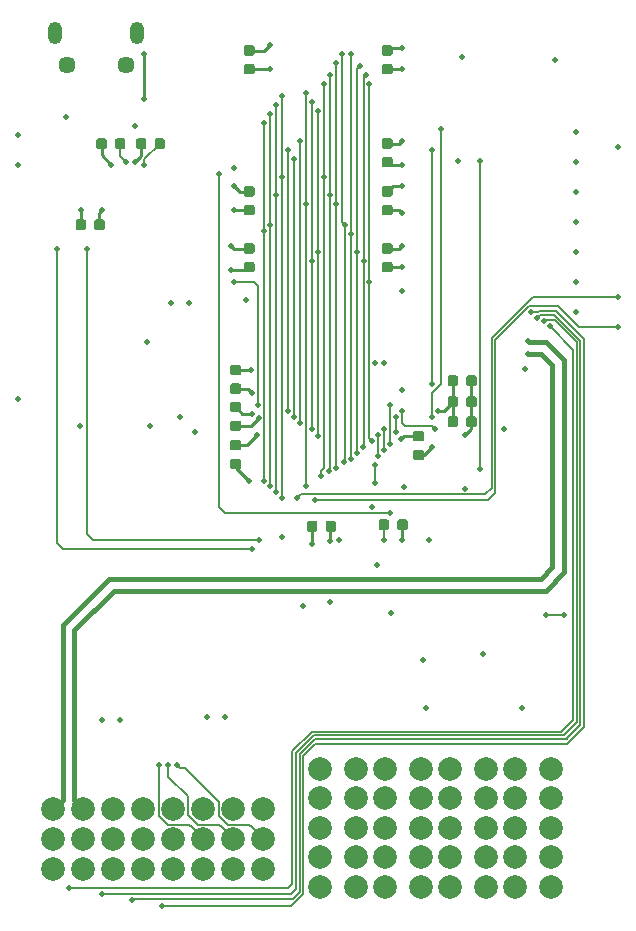
<source format=gbr>
G04 #@! TF.GenerationSoftware,KiCad,Pcbnew,5.1.2*
G04 #@! TF.CreationDate,2019-07-22T21:22:39-05:00*
G04 #@! TF.ProjectId,Raptor2000,52617074-6f72-4323-9030-302e6b696361,A*
G04 #@! TF.SameCoordinates,Original*
G04 #@! TF.FileFunction,Copper,L4,Bot*
G04 #@! TF.FilePolarity,Positive*
%FSLAX46Y46*%
G04 Gerber Fmt 4.6, Leading zero omitted, Abs format (unit mm)*
G04 Created by KiCad (PCBNEW 5.1.2) date 2019-07-22 21:22:39*
%MOMM*%
%LPD*%
G04 APERTURE LIST*
%ADD10C,0.100000*%
%ADD11C,0.875000*%
%ADD12O,1.200000X1.900000*%
%ADD13C,1.450000*%
%ADD14C,2.000000*%
%ADD15C,0.508000*%
%ADD16C,0.254000*%
%ADD17C,0.381000*%
%ADD18C,0.177800*%
G04 APERTURE END LIST*
D10*
G36*
X129094191Y-68169553D02*
G01*
X129115426Y-68172703D01*
X129136250Y-68177919D01*
X129156462Y-68185151D01*
X129175868Y-68194330D01*
X129194281Y-68205366D01*
X129211524Y-68218154D01*
X129227430Y-68232570D01*
X129241846Y-68248476D01*
X129254634Y-68265719D01*
X129265670Y-68284132D01*
X129274849Y-68303538D01*
X129282081Y-68323750D01*
X129287297Y-68344574D01*
X129290447Y-68365809D01*
X129291500Y-68387250D01*
X129291500Y-68899750D01*
X129290447Y-68921191D01*
X129287297Y-68942426D01*
X129282081Y-68963250D01*
X129274849Y-68983462D01*
X129265670Y-69002868D01*
X129254634Y-69021281D01*
X129241846Y-69038524D01*
X129227430Y-69054430D01*
X129211524Y-69068846D01*
X129194281Y-69081634D01*
X129175868Y-69092670D01*
X129156462Y-69101849D01*
X129136250Y-69109081D01*
X129115426Y-69114297D01*
X129094191Y-69117447D01*
X129072750Y-69118500D01*
X128635250Y-69118500D01*
X128613809Y-69117447D01*
X128592574Y-69114297D01*
X128571750Y-69109081D01*
X128551538Y-69101849D01*
X128532132Y-69092670D01*
X128513719Y-69081634D01*
X128496476Y-69068846D01*
X128480570Y-69054430D01*
X128466154Y-69038524D01*
X128453366Y-69021281D01*
X128442330Y-69002868D01*
X128433151Y-68983462D01*
X128425919Y-68963250D01*
X128420703Y-68942426D01*
X128417553Y-68921191D01*
X128416500Y-68899750D01*
X128416500Y-68387250D01*
X128417553Y-68365809D01*
X128420703Y-68344574D01*
X128425919Y-68323750D01*
X128433151Y-68303538D01*
X128442330Y-68284132D01*
X128453366Y-68265719D01*
X128466154Y-68248476D01*
X128480570Y-68232570D01*
X128496476Y-68218154D01*
X128513719Y-68205366D01*
X128532132Y-68194330D01*
X128551538Y-68185151D01*
X128571750Y-68177919D01*
X128592574Y-68172703D01*
X128613809Y-68169553D01*
X128635250Y-68168500D01*
X129072750Y-68168500D01*
X129094191Y-68169553D01*
X129094191Y-68169553D01*
G37*
D11*
X128854000Y-68643500D03*
D10*
G36*
X130669191Y-68169553D02*
G01*
X130690426Y-68172703D01*
X130711250Y-68177919D01*
X130731462Y-68185151D01*
X130750868Y-68194330D01*
X130769281Y-68205366D01*
X130786524Y-68218154D01*
X130802430Y-68232570D01*
X130816846Y-68248476D01*
X130829634Y-68265719D01*
X130840670Y-68284132D01*
X130849849Y-68303538D01*
X130857081Y-68323750D01*
X130862297Y-68344574D01*
X130865447Y-68365809D01*
X130866500Y-68387250D01*
X130866500Y-68899750D01*
X130865447Y-68921191D01*
X130862297Y-68942426D01*
X130857081Y-68963250D01*
X130849849Y-68983462D01*
X130840670Y-69002868D01*
X130829634Y-69021281D01*
X130816846Y-69038524D01*
X130802430Y-69054430D01*
X130786524Y-69068846D01*
X130769281Y-69081634D01*
X130750868Y-69092670D01*
X130731462Y-69101849D01*
X130711250Y-69109081D01*
X130690426Y-69114297D01*
X130669191Y-69117447D01*
X130647750Y-69118500D01*
X130210250Y-69118500D01*
X130188809Y-69117447D01*
X130167574Y-69114297D01*
X130146750Y-69109081D01*
X130126538Y-69101849D01*
X130107132Y-69092670D01*
X130088719Y-69081634D01*
X130071476Y-69068846D01*
X130055570Y-69054430D01*
X130041154Y-69038524D01*
X130028366Y-69021281D01*
X130017330Y-69002868D01*
X130008151Y-68983462D01*
X130000919Y-68963250D01*
X129995703Y-68942426D01*
X129992553Y-68921191D01*
X129991500Y-68899750D01*
X129991500Y-68387250D01*
X129992553Y-68365809D01*
X129995703Y-68344574D01*
X130000919Y-68323750D01*
X130008151Y-68303538D01*
X130017330Y-68284132D01*
X130028366Y-68265719D01*
X130041154Y-68248476D01*
X130055570Y-68232570D01*
X130071476Y-68218154D01*
X130088719Y-68205366D01*
X130107132Y-68194330D01*
X130126538Y-68185151D01*
X130146750Y-68177919D01*
X130167574Y-68172703D01*
X130188809Y-68169553D01*
X130210250Y-68168500D01*
X130647750Y-68168500D01*
X130669191Y-68169553D01*
X130669191Y-68169553D01*
G37*
D11*
X130429000Y-68643500D03*
D10*
G36*
X154570691Y-100427553D02*
G01*
X154591926Y-100430703D01*
X154612750Y-100435919D01*
X154632962Y-100443151D01*
X154652368Y-100452330D01*
X154670781Y-100463366D01*
X154688024Y-100476154D01*
X154703930Y-100490570D01*
X154718346Y-100506476D01*
X154731134Y-100523719D01*
X154742170Y-100542132D01*
X154751349Y-100561538D01*
X154758581Y-100581750D01*
X154763797Y-100602574D01*
X154766947Y-100623809D01*
X154768000Y-100645250D01*
X154768000Y-101157750D01*
X154766947Y-101179191D01*
X154763797Y-101200426D01*
X154758581Y-101221250D01*
X154751349Y-101241462D01*
X154742170Y-101260868D01*
X154731134Y-101279281D01*
X154718346Y-101296524D01*
X154703930Y-101312430D01*
X154688024Y-101326846D01*
X154670781Y-101339634D01*
X154652368Y-101350670D01*
X154632962Y-101359849D01*
X154612750Y-101367081D01*
X154591926Y-101372297D01*
X154570691Y-101375447D01*
X154549250Y-101376500D01*
X154111750Y-101376500D01*
X154090309Y-101375447D01*
X154069074Y-101372297D01*
X154048250Y-101367081D01*
X154028038Y-101359849D01*
X154008632Y-101350670D01*
X153990219Y-101339634D01*
X153972976Y-101326846D01*
X153957070Y-101312430D01*
X153942654Y-101296524D01*
X153929866Y-101279281D01*
X153918830Y-101260868D01*
X153909651Y-101241462D01*
X153902419Y-101221250D01*
X153897203Y-101200426D01*
X153894053Y-101179191D01*
X153893000Y-101157750D01*
X153893000Y-100645250D01*
X153894053Y-100623809D01*
X153897203Y-100602574D01*
X153902419Y-100581750D01*
X153909651Y-100561538D01*
X153918830Y-100542132D01*
X153929866Y-100523719D01*
X153942654Y-100506476D01*
X153957070Y-100490570D01*
X153972976Y-100476154D01*
X153990219Y-100463366D01*
X154008632Y-100452330D01*
X154028038Y-100443151D01*
X154048250Y-100435919D01*
X154069074Y-100430703D01*
X154090309Y-100427553D01*
X154111750Y-100426500D01*
X154549250Y-100426500D01*
X154570691Y-100427553D01*
X154570691Y-100427553D01*
G37*
D11*
X154330500Y-100901500D03*
D10*
G36*
X152995691Y-100427553D02*
G01*
X153016926Y-100430703D01*
X153037750Y-100435919D01*
X153057962Y-100443151D01*
X153077368Y-100452330D01*
X153095781Y-100463366D01*
X153113024Y-100476154D01*
X153128930Y-100490570D01*
X153143346Y-100506476D01*
X153156134Y-100523719D01*
X153167170Y-100542132D01*
X153176349Y-100561538D01*
X153183581Y-100581750D01*
X153188797Y-100602574D01*
X153191947Y-100623809D01*
X153193000Y-100645250D01*
X153193000Y-101157750D01*
X153191947Y-101179191D01*
X153188797Y-101200426D01*
X153183581Y-101221250D01*
X153176349Y-101241462D01*
X153167170Y-101260868D01*
X153156134Y-101279281D01*
X153143346Y-101296524D01*
X153128930Y-101312430D01*
X153113024Y-101326846D01*
X153095781Y-101339634D01*
X153077368Y-101350670D01*
X153057962Y-101359849D01*
X153037750Y-101367081D01*
X153016926Y-101372297D01*
X152995691Y-101375447D01*
X152974250Y-101376500D01*
X152536750Y-101376500D01*
X152515309Y-101375447D01*
X152494074Y-101372297D01*
X152473250Y-101367081D01*
X152453038Y-101359849D01*
X152433632Y-101350670D01*
X152415219Y-101339634D01*
X152397976Y-101326846D01*
X152382070Y-101312430D01*
X152367654Y-101296524D01*
X152354866Y-101279281D01*
X152343830Y-101260868D01*
X152334651Y-101241462D01*
X152327419Y-101221250D01*
X152322203Y-101200426D01*
X152319053Y-101179191D01*
X152318000Y-101157750D01*
X152318000Y-100645250D01*
X152319053Y-100623809D01*
X152322203Y-100602574D01*
X152327419Y-100581750D01*
X152334651Y-100561538D01*
X152343830Y-100542132D01*
X152354866Y-100523719D01*
X152367654Y-100506476D01*
X152382070Y-100490570D01*
X152397976Y-100476154D01*
X152415219Y-100463366D01*
X152433632Y-100452330D01*
X152453038Y-100443151D01*
X152473250Y-100435919D01*
X152494074Y-100430703D01*
X152515309Y-100427553D01*
X152536750Y-100426500D01*
X152974250Y-100426500D01*
X152995691Y-100427553D01*
X152995691Y-100427553D01*
G37*
D11*
X152755500Y-100901500D03*
D12*
X124897000Y-59278000D03*
X131897000Y-59278000D03*
D13*
X125897000Y-61978000D03*
X130897000Y-61978000D03*
D14*
X166869000Y-121555500D03*
X163869000Y-121555500D03*
X166869000Y-124055500D03*
X163869000Y-124055500D03*
X166869000Y-126555500D03*
X163869000Y-126555500D03*
X166869000Y-129055500D03*
X163869000Y-129055500D03*
X166869000Y-131555500D03*
X163869000Y-131555500D03*
X161369000Y-121555500D03*
X158369000Y-121555500D03*
X161369000Y-124055500D03*
X158369000Y-124055500D03*
X161369000Y-126555500D03*
X158369000Y-126555500D03*
X161369000Y-129055500D03*
X158369000Y-129055500D03*
X161369000Y-131555500D03*
X158369000Y-131555500D03*
X155869000Y-121555500D03*
X152869000Y-121555500D03*
X155869000Y-124055500D03*
X152869000Y-124055500D03*
X155869000Y-126555500D03*
X152869000Y-126555500D03*
X155869000Y-129055500D03*
X152869000Y-129055500D03*
X155869000Y-131555500D03*
X152869000Y-131555500D03*
X150369000Y-121555500D03*
X147369000Y-121555500D03*
X150369000Y-124055500D03*
X147369000Y-124055500D03*
X150369000Y-126555500D03*
X147369000Y-126555500D03*
X150369000Y-129055500D03*
X147369000Y-129055500D03*
X150369000Y-131555500D03*
X147369000Y-131555500D03*
X142559000Y-124975500D03*
X140019000Y-124975500D03*
X137479000Y-124975500D03*
X134939000Y-124975500D03*
X132399000Y-124975500D03*
X129859000Y-124975500D03*
X127319000Y-124975500D03*
X124779000Y-124975500D03*
X142559000Y-127515500D03*
X140019000Y-127515500D03*
X137479000Y-127515500D03*
X134939000Y-127515500D03*
X132399000Y-127515500D03*
X129859000Y-127515500D03*
X127319000Y-127515500D03*
X124779000Y-127515500D03*
X142559000Y-130055500D03*
X140019000Y-130055500D03*
X137479000Y-130055500D03*
X134939000Y-130055500D03*
X132399000Y-130055500D03*
X129859000Y-130055500D03*
X127319000Y-130055500D03*
X124779000Y-130055500D03*
D10*
G36*
X132447191Y-68169553D02*
G01*
X132468426Y-68172703D01*
X132489250Y-68177919D01*
X132509462Y-68185151D01*
X132528868Y-68194330D01*
X132547281Y-68205366D01*
X132564524Y-68218154D01*
X132580430Y-68232570D01*
X132594846Y-68248476D01*
X132607634Y-68265719D01*
X132618670Y-68284132D01*
X132627849Y-68303538D01*
X132635081Y-68323750D01*
X132640297Y-68344574D01*
X132643447Y-68365809D01*
X132644500Y-68387250D01*
X132644500Y-68899750D01*
X132643447Y-68921191D01*
X132640297Y-68942426D01*
X132635081Y-68963250D01*
X132627849Y-68983462D01*
X132618670Y-69002868D01*
X132607634Y-69021281D01*
X132594846Y-69038524D01*
X132580430Y-69054430D01*
X132564524Y-69068846D01*
X132547281Y-69081634D01*
X132528868Y-69092670D01*
X132509462Y-69101849D01*
X132489250Y-69109081D01*
X132468426Y-69114297D01*
X132447191Y-69117447D01*
X132425750Y-69118500D01*
X131988250Y-69118500D01*
X131966809Y-69117447D01*
X131945574Y-69114297D01*
X131924750Y-69109081D01*
X131904538Y-69101849D01*
X131885132Y-69092670D01*
X131866719Y-69081634D01*
X131849476Y-69068846D01*
X131833570Y-69054430D01*
X131819154Y-69038524D01*
X131806366Y-69021281D01*
X131795330Y-69002868D01*
X131786151Y-68983462D01*
X131778919Y-68963250D01*
X131773703Y-68942426D01*
X131770553Y-68921191D01*
X131769500Y-68899750D01*
X131769500Y-68387250D01*
X131770553Y-68365809D01*
X131773703Y-68344574D01*
X131778919Y-68323750D01*
X131786151Y-68303538D01*
X131795330Y-68284132D01*
X131806366Y-68265719D01*
X131819154Y-68248476D01*
X131833570Y-68232570D01*
X131849476Y-68218154D01*
X131866719Y-68205366D01*
X131885132Y-68194330D01*
X131904538Y-68185151D01*
X131924750Y-68177919D01*
X131945574Y-68172703D01*
X131966809Y-68169553D01*
X131988250Y-68168500D01*
X132425750Y-68168500D01*
X132447191Y-68169553D01*
X132447191Y-68169553D01*
G37*
D11*
X132207000Y-68643500D03*
D10*
G36*
X134022191Y-68169553D02*
G01*
X134043426Y-68172703D01*
X134064250Y-68177919D01*
X134084462Y-68185151D01*
X134103868Y-68194330D01*
X134122281Y-68205366D01*
X134139524Y-68218154D01*
X134155430Y-68232570D01*
X134169846Y-68248476D01*
X134182634Y-68265719D01*
X134193670Y-68284132D01*
X134202849Y-68303538D01*
X134210081Y-68323750D01*
X134215297Y-68344574D01*
X134218447Y-68365809D01*
X134219500Y-68387250D01*
X134219500Y-68899750D01*
X134218447Y-68921191D01*
X134215297Y-68942426D01*
X134210081Y-68963250D01*
X134202849Y-68983462D01*
X134193670Y-69002868D01*
X134182634Y-69021281D01*
X134169846Y-69038524D01*
X134155430Y-69054430D01*
X134139524Y-69068846D01*
X134122281Y-69081634D01*
X134103868Y-69092670D01*
X134084462Y-69101849D01*
X134064250Y-69109081D01*
X134043426Y-69114297D01*
X134022191Y-69117447D01*
X134000750Y-69118500D01*
X133563250Y-69118500D01*
X133541809Y-69117447D01*
X133520574Y-69114297D01*
X133499750Y-69109081D01*
X133479538Y-69101849D01*
X133460132Y-69092670D01*
X133441719Y-69081634D01*
X133424476Y-69068846D01*
X133408570Y-69054430D01*
X133394154Y-69038524D01*
X133381366Y-69021281D01*
X133370330Y-69002868D01*
X133361151Y-68983462D01*
X133353919Y-68963250D01*
X133348703Y-68942426D01*
X133345553Y-68921191D01*
X133344500Y-68899750D01*
X133344500Y-68387250D01*
X133345553Y-68365809D01*
X133348703Y-68344574D01*
X133353919Y-68323750D01*
X133361151Y-68303538D01*
X133370330Y-68284132D01*
X133381366Y-68265719D01*
X133394154Y-68248476D01*
X133408570Y-68232570D01*
X133424476Y-68218154D01*
X133441719Y-68205366D01*
X133460132Y-68194330D01*
X133479538Y-68185151D01*
X133499750Y-68177919D01*
X133520574Y-68172703D01*
X133541809Y-68169553D01*
X133563250Y-68168500D01*
X134000750Y-68168500D01*
X134022191Y-68169553D01*
X134022191Y-68169553D01*
G37*
D11*
X133782000Y-68643500D03*
D10*
G36*
X127341691Y-75027553D02*
G01*
X127362926Y-75030703D01*
X127383750Y-75035919D01*
X127403962Y-75043151D01*
X127423368Y-75052330D01*
X127441781Y-75063366D01*
X127459024Y-75076154D01*
X127474930Y-75090570D01*
X127489346Y-75106476D01*
X127502134Y-75123719D01*
X127513170Y-75142132D01*
X127522349Y-75161538D01*
X127529581Y-75181750D01*
X127534797Y-75202574D01*
X127537947Y-75223809D01*
X127539000Y-75245250D01*
X127539000Y-75757750D01*
X127537947Y-75779191D01*
X127534797Y-75800426D01*
X127529581Y-75821250D01*
X127522349Y-75841462D01*
X127513170Y-75860868D01*
X127502134Y-75879281D01*
X127489346Y-75896524D01*
X127474930Y-75912430D01*
X127459024Y-75926846D01*
X127441781Y-75939634D01*
X127423368Y-75950670D01*
X127403962Y-75959849D01*
X127383750Y-75967081D01*
X127362926Y-75972297D01*
X127341691Y-75975447D01*
X127320250Y-75976500D01*
X126882750Y-75976500D01*
X126861309Y-75975447D01*
X126840074Y-75972297D01*
X126819250Y-75967081D01*
X126799038Y-75959849D01*
X126779632Y-75950670D01*
X126761219Y-75939634D01*
X126743976Y-75926846D01*
X126728070Y-75912430D01*
X126713654Y-75896524D01*
X126700866Y-75879281D01*
X126689830Y-75860868D01*
X126680651Y-75841462D01*
X126673419Y-75821250D01*
X126668203Y-75800426D01*
X126665053Y-75779191D01*
X126664000Y-75757750D01*
X126664000Y-75245250D01*
X126665053Y-75223809D01*
X126668203Y-75202574D01*
X126673419Y-75181750D01*
X126680651Y-75161538D01*
X126689830Y-75142132D01*
X126700866Y-75123719D01*
X126713654Y-75106476D01*
X126728070Y-75090570D01*
X126743976Y-75076154D01*
X126761219Y-75063366D01*
X126779632Y-75052330D01*
X126799038Y-75043151D01*
X126819250Y-75035919D01*
X126840074Y-75030703D01*
X126861309Y-75027553D01*
X126882750Y-75026500D01*
X127320250Y-75026500D01*
X127341691Y-75027553D01*
X127341691Y-75027553D01*
G37*
D11*
X127101500Y-75501500D03*
D10*
G36*
X128916691Y-75027553D02*
G01*
X128937926Y-75030703D01*
X128958750Y-75035919D01*
X128978962Y-75043151D01*
X128998368Y-75052330D01*
X129016781Y-75063366D01*
X129034024Y-75076154D01*
X129049930Y-75090570D01*
X129064346Y-75106476D01*
X129077134Y-75123719D01*
X129088170Y-75142132D01*
X129097349Y-75161538D01*
X129104581Y-75181750D01*
X129109797Y-75202574D01*
X129112947Y-75223809D01*
X129114000Y-75245250D01*
X129114000Y-75757750D01*
X129112947Y-75779191D01*
X129109797Y-75800426D01*
X129104581Y-75821250D01*
X129097349Y-75841462D01*
X129088170Y-75860868D01*
X129077134Y-75879281D01*
X129064346Y-75896524D01*
X129049930Y-75912430D01*
X129034024Y-75926846D01*
X129016781Y-75939634D01*
X128998368Y-75950670D01*
X128978962Y-75959849D01*
X128958750Y-75967081D01*
X128937926Y-75972297D01*
X128916691Y-75975447D01*
X128895250Y-75976500D01*
X128457750Y-75976500D01*
X128436309Y-75975447D01*
X128415074Y-75972297D01*
X128394250Y-75967081D01*
X128374038Y-75959849D01*
X128354632Y-75950670D01*
X128336219Y-75939634D01*
X128318976Y-75926846D01*
X128303070Y-75912430D01*
X128288654Y-75896524D01*
X128275866Y-75879281D01*
X128264830Y-75860868D01*
X128255651Y-75841462D01*
X128248419Y-75821250D01*
X128243203Y-75800426D01*
X128240053Y-75779191D01*
X128239000Y-75757750D01*
X128239000Y-75245250D01*
X128240053Y-75223809D01*
X128243203Y-75202574D01*
X128248419Y-75181750D01*
X128255651Y-75161538D01*
X128264830Y-75142132D01*
X128275866Y-75123719D01*
X128288654Y-75106476D01*
X128303070Y-75090570D01*
X128318976Y-75076154D01*
X128336219Y-75063366D01*
X128354632Y-75052330D01*
X128374038Y-75043151D01*
X128394250Y-75035919D01*
X128415074Y-75030703D01*
X128436309Y-75027553D01*
X128457750Y-75026500D01*
X128895250Y-75026500D01*
X128916691Y-75027553D01*
X128916691Y-75027553D01*
G37*
D11*
X128676500Y-75501500D03*
D10*
G36*
X140485691Y-88933553D02*
G01*
X140506926Y-88936703D01*
X140527750Y-88941919D01*
X140547962Y-88949151D01*
X140567368Y-88958330D01*
X140585781Y-88969366D01*
X140603024Y-88982154D01*
X140618930Y-88996570D01*
X140633346Y-89012476D01*
X140646134Y-89029719D01*
X140657170Y-89048132D01*
X140666349Y-89067538D01*
X140673581Y-89087750D01*
X140678797Y-89108574D01*
X140681947Y-89129809D01*
X140683000Y-89151250D01*
X140683000Y-89588750D01*
X140681947Y-89610191D01*
X140678797Y-89631426D01*
X140673581Y-89652250D01*
X140666349Y-89672462D01*
X140657170Y-89691868D01*
X140646134Y-89710281D01*
X140633346Y-89727524D01*
X140618930Y-89743430D01*
X140603024Y-89757846D01*
X140585781Y-89770634D01*
X140567368Y-89781670D01*
X140547962Y-89790849D01*
X140527750Y-89798081D01*
X140506926Y-89803297D01*
X140485691Y-89806447D01*
X140464250Y-89807500D01*
X139951750Y-89807500D01*
X139930309Y-89806447D01*
X139909074Y-89803297D01*
X139888250Y-89798081D01*
X139868038Y-89790849D01*
X139848632Y-89781670D01*
X139830219Y-89770634D01*
X139812976Y-89757846D01*
X139797070Y-89743430D01*
X139782654Y-89727524D01*
X139769866Y-89710281D01*
X139758830Y-89691868D01*
X139749651Y-89672462D01*
X139742419Y-89652250D01*
X139737203Y-89631426D01*
X139734053Y-89610191D01*
X139733000Y-89588750D01*
X139733000Y-89151250D01*
X139734053Y-89129809D01*
X139737203Y-89108574D01*
X139742419Y-89087750D01*
X139749651Y-89067538D01*
X139758830Y-89048132D01*
X139769866Y-89029719D01*
X139782654Y-89012476D01*
X139797070Y-88996570D01*
X139812976Y-88982154D01*
X139830219Y-88969366D01*
X139848632Y-88958330D01*
X139868038Y-88949151D01*
X139888250Y-88941919D01*
X139909074Y-88936703D01*
X139930309Y-88933553D01*
X139951750Y-88932500D01*
X140464250Y-88932500D01*
X140485691Y-88933553D01*
X140485691Y-88933553D01*
G37*
D11*
X140208000Y-89370000D03*
D10*
G36*
X140485691Y-87358553D02*
G01*
X140506926Y-87361703D01*
X140527750Y-87366919D01*
X140547962Y-87374151D01*
X140567368Y-87383330D01*
X140585781Y-87394366D01*
X140603024Y-87407154D01*
X140618930Y-87421570D01*
X140633346Y-87437476D01*
X140646134Y-87454719D01*
X140657170Y-87473132D01*
X140666349Y-87492538D01*
X140673581Y-87512750D01*
X140678797Y-87533574D01*
X140681947Y-87554809D01*
X140683000Y-87576250D01*
X140683000Y-88013750D01*
X140681947Y-88035191D01*
X140678797Y-88056426D01*
X140673581Y-88077250D01*
X140666349Y-88097462D01*
X140657170Y-88116868D01*
X140646134Y-88135281D01*
X140633346Y-88152524D01*
X140618930Y-88168430D01*
X140603024Y-88182846D01*
X140585781Y-88195634D01*
X140567368Y-88206670D01*
X140547962Y-88215849D01*
X140527750Y-88223081D01*
X140506926Y-88228297D01*
X140485691Y-88231447D01*
X140464250Y-88232500D01*
X139951750Y-88232500D01*
X139930309Y-88231447D01*
X139909074Y-88228297D01*
X139888250Y-88223081D01*
X139868038Y-88215849D01*
X139848632Y-88206670D01*
X139830219Y-88195634D01*
X139812976Y-88182846D01*
X139797070Y-88168430D01*
X139782654Y-88152524D01*
X139769866Y-88135281D01*
X139758830Y-88116868D01*
X139749651Y-88097462D01*
X139742419Y-88077250D01*
X139737203Y-88056426D01*
X139734053Y-88035191D01*
X139733000Y-88013750D01*
X139733000Y-87576250D01*
X139734053Y-87554809D01*
X139737203Y-87533574D01*
X139742419Y-87512750D01*
X139749651Y-87492538D01*
X139758830Y-87473132D01*
X139769866Y-87454719D01*
X139782654Y-87437476D01*
X139797070Y-87421570D01*
X139812976Y-87407154D01*
X139830219Y-87394366D01*
X139848632Y-87383330D01*
X139868038Y-87374151D01*
X139888250Y-87366919D01*
X139909074Y-87361703D01*
X139930309Y-87358553D01*
X139951750Y-87357500D01*
X140464250Y-87357500D01*
X140485691Y-87358553D01*
X140485691Y-87358553D01*
G37*
D11*
X140208000Y-87795000D03*
D10*
G36*
X140485691Y-90508053D02*
G01*
X140506926Y-90511203D01*
X140527750Y-90516419D01*
X140547962Y-90523651D01*
X140567368Y-90532830D01*
X140585781Y-90543866D01*
X140603024Y-90556654D01*
X140618930Y-90571070D01*
X140633346Y-90586976D01*
X140646134Y-90604219D01*
X140657170Y-90622632D01*
X140666349Y-90642038D01*
X140673581Y-90662250D01*
X140678797Y-90683074D01*
X140681947Y-90704309D01*
X140683000Y-90725750D01*
X140683000Y-91163250D01*
X140681947Y-91184691D01*
X140678797Y-91205926D01*
X140673581Y-91226750D01*
X140666349Y-91246962D01*
X140657170Y-91266368D01*
X140646134Y-91284781D01*
X140633346Y-91302024D01*
X140618930Y-91317930D01*
X140603024Y-91332346D01*
X140585781Y-91345134D01*
X140567368Y-91356170D01*
X140547962Y-91365349D01*
X140527750Y-91372581D01*
X140506926Y-91377797D01*
X140485691Y-91380947D01*
X140464250Y-91382000D01*
X139951750Y-91382000D01*
X139930309Y-91380947D01*
X139909074Y-91377797D01*
X139888250Y-91372581D01*
X139868038Y-91365349D01*
X139848632Y-91356170D01*
X139830219Y-91345134D01*
X139812976Y-91332346D01*
X139797070Y-91317930D01*
X139782654Y-91302024D01*
X139769866Y-91284781D01*
X139758830Y-91266368D01*
X139749651Y-91246962D01*
X139742419Y-91226750D01*
X139737203Y-91205926D01*
X139734053Y-91184691D01*
X139733000Y-91163250D01*
X139733000Y-90725750D01*
X139734053Y-90704309D01*
X139737203Y-90683074D01*
X139742419Y-90662250D01*
X139749651Y-90642038D01*
X139758830Y-90622632D01*
X139769866Y-90604219D01*
X139782654Y-90586976D01*
X139797070Y-90571070D01*
X139812976Y-90556654D01*
X139830219Y-90543866D01*
X139848632Y-90532830D01*
X139868038Y-90523651D01*
X139888250Y-90516419D01*
X139909074Y-90511203D01*
X139930309Y-90508053D01*
X139951750Y-90507000D01*
X140464250Y-90507000D01*
X140485691Y-90508053D01*
X140485691Y-90508053D01*
G37*
D11*
X140208000Y-90944500D03*
D10*
G36*
X140485691Y-92083053D02*
G01*
X140506926Y-92086203D01*
X140527750Y-92091419D01*
X140547962Y-92098651D01*
X140567368Y-92107830D01*
X140585781Y-92118866D01*
X140603024Y-92131654D01*
X140618930Y-92146070D01*
X140633346Y-92161976D01*
X140646134Y-92179219D01*
X140657170Y-92197632D01*
X140666349Y-92217038D01*
X140673581Y-92237250D01*
X140678797Y-92258074D01*
X140681947Y-92279309D01*
X140683000Y-92300750D01*
X140683000Y-92738250D01*
X140681947Y-92759691D01*
X140678797Y-92780926D01*
X140673581Y-92801750D01*
X140666349Y-92821962D01*
X140657170Y-92841368D01*
X140646134Y-92859781D01*
X140633346Y-92877024D01*
X140618930Y-92892930D01*
X140603024Y-92907346D01*
X140585781Y-92920134D01*
X140567368Y-92931170D01*
X140547962Y-92940349D01*
X140527750Y-92947581D01*
X140506926Y-92952797D01*
X140485691Y-92955947D01*
X140464250Y-92957000D01*
X139951750Y-92957000D01*
X139930309Y-92955947D01*
X139909074Y-92952797D01*
X139888250Y-92947581D01*
X139868038Y-92940349D01*
X139848632Y-92931170D01*
X139830219Y-92920134D01*
X139812976Y-92907346D01*
X139797070Y-92892930D01*
X139782654Y-92877024D01*
X139769866Y-92859781D01*
X139758830Y-92841368D01*
X139749651Y-92821962D01*
X139742419Y-92801750D01*
X139737203Y-92780926D01*
X139734053Y-92759691D01*
X139733000Y-92738250D01*
X139733000Y-92300750D01*
X139734053Y-92279309D01*
X139737203Y-92258074D01*
X139742419Y-92237250D01*
X139749651Y-92217038D01*
X139758830Y-92197632D01*
X139769866Y-92179219D01*
X139782654Y-92161976D01*
X139797070Y-92146070D01*
X139812976Y-92131654D01*
X139830219Y-92118866D01*
X139848632Y-92107830D01*
X139868038Y-92098651D01*
X139888250Y-92091419D01*
X139909074Y-92086203D01*
X139930309Y-92083053D01*
X139951750Y-92082000D01*
X140464250Y-92082000D01*
X140485691Y-92083053D01*
X140485691Y-92083053D01*
G37*
D11*
X140208000Y-92519500D03*
D10*
G36*
X160412691Y-91702554D02*
G01*
X160433926Y-91705704D01*
X160454750Y-91710920D01*
X160474962Y-91718152D01*
X160494368Y-91727331D01*
X160512781Y-91738367D01*
X160530024Y-91751155D01*
X160545930Y-91765571D01*
X160560346Y-91781477D01*
X160573134Y-91798720D01*
X160584170Y-91817133D01*
X160593349Y-91836539D01*
X160600581Y-91856751D01*
X160605797Y-91877575D01*
X160608947Y-91898810D01*
X160610000Y-91920251D01*
X160610000Y-92432751D01*
X160608947Y-92454192D01*
X160605797Y-92475427D01*
X160600581Y-92496251D01*
X160593349Y-92516463D01*
X160584170Y-92535869D01*
X160573134Y-92554282D01*
X160560346Y-92571525D01*
X160545930Y-92587431D01*
X160530024Y-92601847D01*
X160512781Y-92614635D01*
X160494368Y-92625671D01*
X160474962Y-92634850D01*
X160454750Y-92642082D01*
X160433926Y-92647298D01*
X160412691Y-92650448D01*
X160391250Y-92651501D01*
X159953750Y-92651501D01*
X159932309Y-92650448D01*
X159911074Y-92647298D01*
X159890250Y-92642082D01*
X159870038Y-92634850D01*
X159850632Y-92625671D01*
X159832219Y-92614635D01*
X159814976Y-92601847D01*
X159799070Y-92587431D01*
X159784654Y-92571525D01*
X159771866Y-92554282D01*
X159760830Y-92535869D01*
X159751651Y-92516463D01*
X159744419Y-92496251D01*
X159739203Y-92475427D01*
X159736053Y-92454192D01*
X159735000Y-92432751D01*
X159735000Y-91920251D01*
X159736053Y-91898810D01*
X159739203Y-91877575D01*
X159744419Y-91856751D01*
X159751651Y-91836539D01*
X159760830Y-91817133D01*
X159771866Y-91798720D01*
X159784654Y-91781477D01*
X159799070Y-91765571D01*
X159814976Y-91751155D01*
X159832219Y-91738367D01*
X159850632Y-91727331D01*
X159870038Y-91718152D01*
X159890250Y-91710920D01*
X159911074Y-91705704D01*
X159932309Y-91702554D01*
X159953750Y-91701501D01*
X160391250Y-91701501D01*
X160412691Y-91702554D01*
X160412691Y-91702554D01*
G37*
D11*
X160172500Y-92176501D03*
D10*
G36*
X158837691Y-91702554D02*
G01*
X158858926Y-91705704D01*
X158879750Y-91710920D01*
X158899962Y-91718152D01*
X158919368Y-91727331D01*
X158937781Y-91738367D01*
X158955024Y-91751155D01*
X158970930Y-91765571D01*
X158985346Y-91781477D01*
X158998134Y-91798720D01*
X159009170Y-91817133D01*
X159018349Y-91836539D01*
X159025581Y-91856751D01*
X159030797Y-91877575D01*
X159033947Y-91898810D01*
X159035000Y-91920251D01*
X159035000Y-92432751D01*
X159033947Y-92454192D01*
X159030797Y-92475427D01*
X159025581Y-92496251D01*
X159018349Y-92516463D01*
X159009170Y-92535869D01*
X158998134Y-92554282D01*
X158985346Y-92571525D01*
X158970930Y-92587431D01*
X158955024Y-92601847D01*
X158937781Y-92614635D01*
X158919368Y-92625671D01*
X158899962Y-92634850D01*
X158879750Y-92642082D01*
X158858926Y-92647298D01*
X158837691Y-92650448D01*
X158816250Y-92651501D01*
X158378750Y-92651501D01*
X158357309Y-92650448D01*
X158336074Y-92647298D01*
X158315250Y-92642082D01*
X158295038Y-92634850D01*
X158275632Y-92625671D01*
X158257219Y-92614635D01*
X158239976Y-92601847D01*
X158224070Y-92587431D01*
X158209654Y-92571525D01*
X158196866Y-92554282D01*
X158185830Y-92535869D01*
X158176651Y-92516463D01*
X158169419Y-92496251D01*
X158164203Y-92475427D01*
X158161053Y-92454192D01*
X158160000Y-92432751D01*
X158160000Y-91920251D01*
X158161053Y-91898810D01*
X158164203Y-91877575D01*
X158169419Y-91856751D01*
X158176651Y-91836539D01*
X158185830Y-91817133D01*
X158196866Y-91798720D01*
X158209654Y-91781477D01*
X158224070Y-91765571D01*
X158239976Y-91751155D01*
X158257219Y-91738367D01*
X158275632Y-91727331D01*
X158295038Y-91718152D01*
X158315250Y-91710920D01*
X158336074Y-91705704D01*
X158357309Y-91702554D01*
X158378750Y-91701501D01*
X158816250Y-91701501D01*
X158837691Y-91702554D01*
X158837691Y-91702554D01*
G37*
D11*
X158597500Y-92176501D03*
D10*
G36*
X155979691Y-92972053D02*
G01*
X156000926Y-92975203D01*
X156021750Y-92980419D01*
X156041962Y-92987651D01*
X156061368Y-92996830D01*
X156079781Y-93007866D01*
X156097024Y-93020654D01*
X156112930Y-93035070D01*
X156127346Y-93050976D01*
X156140134Y-93068219D01*
X156151170Y-93086632D01*
X156160349Y-93106038D01*
X156167581Y-93126250D01*
X156172797Y-93147074D01*
X156175947Y-93168309D01*
X156177000Y-93189750D01*
X156177000Y-93627250D01*
X156175947Y-93648691D01*
X156172797Y-93669926D01*
X156167581Y-93690750D01*
X156160349Y-93710962D01*
X156151170Y-93730368D01*
X156140134Y-93748781D01*
X156127346Y-93766024D01*
X156112930Y-93781930D01*
X156097024Y-93796346D01*
X156079781Y-93809134D01*
X156061368Y-93820170D01*
X156041962Y-93829349D01*
X156021750Y-93836581D01*
X156000926Y-93841797D01*
X155979691Y-93844947D01*
X155958250Y-93846000D01*
X155445750Y-93846000D01*
X155424309Y-93844947D01*
X155403074Y-93841797D01*
X155382250Y-93836581D01*
X155362038Y-93829349D01*
X155342632Y-93820170D01*
X155324219Y-93809134D01*
X155306976Y-93796346D01*
X155291070Y-93781930D01*
X155276654Y-93766024D01*
X155263866Y-93748781D01*
X155252830Y-93730368D01*
X155243651Y-93710962D01*
X155236419Y-93690750D01*
X155231203Y-93669926D01*
X155228053Y-93648691D01*
X155227000Y-93627250D01*
X155227000Y-93189750D01*
X155228053Y-93168309D01*
X155231203Y-93147074D01*
X155236419Y-93126250D01*
X155243651Y-93106038D01*
X155252830Y-93086632D01*
X155263866Y-93068219D01*
X155276654Y-93050976D01*
X155291070Y-93035070D01*
X155306976Y-93020654D01*
X155324219Y-93007866D01*
X155342632Y-92996830D01*
X155362038Y-92987651D01*
X155382250Y-92980419D01*
X155403074Y-92975203D01*
X155424309Y-92972053D01*
X155445750Y-92971000D01*
X155958250Y-92971000D01*
X155979691Y-92972053D01*
X155979691Y-92972053D01*
G37*
D11*
X155702000Y-93408500D03*
D10*
G36*
X155979691Y-94547053D02*
G01*
X156000926Y-94550203D01*
X156021750Y-94555419D01*
X156041962Y-94562651D01*
X156061368Y-94571830D01*
X156079781Y-94582866D01*
X156097024Y-94595654D01*
X156112930Y-94610070D01*
X156127346Y-94625976D01*
X156140134Y-94643219D01*
X156151170Y-94661632D01*
X156160349Y-94681038D01*
X156167581Y-94701250D01*
X156172797Y-94722074D01*
X156175947Y-94743309D01*
X156177000Y-94764750D01*
X156177000Y-95202250D01*
X156175947Y-95223691D01*
X156172797Y-95244926D01*
X156167581Y-95265750D01*
X156160349Y-95285962D01*
X156151170Y-95305368D01*
X156140134Y-95323781D01*
X156127346Y-95341024D01*
X156112930Y-95356930D01*
X156097024Y-95371346D01*
X156079781Y-95384134D01*
X156061368Y-95395170D01*
X156041962Y-95404349D01*
X156021750Y-95411581D01*
X156000926Y-95416797D01*
X155979691Y-95419947D01*
X155958250Y-95421000D01*
X155445750Y-95421000D01*
X155424309Y-95419947D01*
X155403074Y-95416797D01*
X155382250Y-95411581D01*
X155362038Y-95404349D01*
X155342632Y-95395170D01*
X155324219Y-95384134D01*
X155306976Y-95371346D01*
X155291070Y-95356930D01*
X155276654Y-95341024D01*
X155263866Y-95323781D01*
X155252830Y-95305368D01*
X155243651Y-95285962D01*
X155236419Y-95265750D01*
X155231203Y-95244926D01*
X155228053Y-95223691D01*
X155227000Y-95202250D01*
X155227000Y-94764750D01*
X155228053Y-94743309D01*
X155231203Y-94722074D01*
X155236419Y-94701250D01*
X155243651Y-94681038D01*
X155252830Y-94661632D01*
X155263866Y-94643219D01*
X155276654Y-94625976D01*
X155291070Y-94610070D01*
X155306976Y-94595654D01*
X155324219Y-94582866D01*
X155342632Y-94571830D01*
X155362038Y-94562651D01*
X155382250Y-94555419D01*
X155403074Y-94550203D01*
X155424309Y-94547053D01*
X155445750Y-94546000D01*
X155958250Y-94546000D01*
X155979691Y-94547053D01*
X155979691Y-94547053D01*
G37*
D11*
X155702000Y-94983500D03*
D10*
G36*
X160412691Y-90013553D02*
G01*
X160433926Y-90016703D01*
X160454750Y-90021919D01*
X160474962Y-90029151D01*
X160494368Y-90038330D01*
X160512781Y-90049366D01*
X160530024Y-90062154D01*
X160545930Y-90076570D01*
X160560346Y-90092476D01*
X160573134Y-90109719D01*
X160584170Y-90128132D01*
X160593349Y-90147538D01*
X160600581Y-90167750D01*
X160605797Y-90188574D01*
X160608947Y-90209809D01*
X160610000Y-90231250D01*
X160610000Y-90743750D01*
X160608947Y-90765191D01*
X160605797Y-90786426D01*
X160600581Y-90807250D01*
X160593349Y-90827462D01*
X160584170Y-90846868D01*
X160573134Y-90865281D01*
X160560346Y-90882524D01*
X160545930Y-90898430D01*
X160530024Y-90912846D01*
X160512781Y-90925634D01*
X160494368Y-90936670D01*
X160474962Y-90945849D01*
X160454750Y-90953081D01*
X160433926Y-90958297D01*
X160412691Y-90961447D01*
X160391250Y-90962500D01*
X159953750Y-90962500D01*
X159932309Y-90961447D01*
X159911074Y-90958297D01*
X159890250Y-90953081D01*
X159870038Y-90945849D01*
X159850632Y-90936670D01*
X159832219Y-90925634D01*
X159814976Y-90912846D01*
X159799070Y-90898430D01*
X159784654Y-90882524D01*
X159771866Y-90865281D01*
X159760830Y-90846868D01*
X159751651Y-90827462D01*
X159744419Y-90807250D01*
X159739203Y-90786426D01*
X159736053Y-90765191D01*
X159735000Y-90743750D01*
X159735000Y-90231250D01*
X159736053Y-90209809D01*
X159739203Y-90188574D01*
X159744419Y-90167750D01*
X159751651Y-90147538D01*
X159760830Y-90128132D01*
X159771866Y-90109719D01*
X159784654Y-90092476D01*
X159799070Y-90076570D01*
X159814976Y-90062154D01*
X159832219Y-90049366D01*
X159850632Y-90038330D01*
X159870038Y-90029151D01*
X159890250Y-90021919D01*
X159911074Y-90016703D01*
X159932309Y-90013553D01*
X159953750Y-90012500D01*
X160391250Y-90012500D01*
X160412691Y-90013553D01*
X160412691Y-90013553D01*
G37*
D11*
X160172500Y-90487500D03*
D10*
G36*
X158837691Y-90013553D02*
G01*
X158858926Y-90016703D01*
X158879750Y-90021919D01*
X158899962Y-90029151D01*
X158919368Y-90038330D01*
X158937781Y-90049366D01*
X158955024Y-90062154D01*
X158970930Y-90076570D01*
X158985346Y-90092476D01*
X158998134Y-90109719D01*
X159009170Y-90128132D01*
X159018349Y-90147538D01*
X159025581Y-90167750D01*
X159030797Y-90188574D01*
X159033947Y-90209809D01*
X159035000Y-90231250D01*
X159035000Y-90743750D01*
X159033947Y-90765191D01*
X159030797Y-90786426D01*
X159025581Y-90807250D01*
X159018349Y-90827462D01*
X159009170Y-90846868D01*
X158998134Y-90865281D01*
X158985346Y-90882524D01*
X158970930Y-90898430D01*
X158955024Y-90912846D01*
X158937781Y-90925634D01*
X158919368Y-90936670D01*
X158899962Y-90945849D01*
X158879750Y-90953081D01*
X158858926Y-90958297D01*
X158837691Y-90961447D01*
X158816250Y-90962500D01*
X158378750Y-90962500D01*
X158357309Y-90961447D01*
X158336074Y-90958297D01*
X158315250Y-90953081D01*
X158295038Y-90945849D01*
X158275632Y-90936670D01*
X158257219Y-90925634D01*
X158239976Y-90912846D01*
X158224070Y-90898430D01*
X158209654Y-90882524D01*
X158196866Y-90865281D01*
X158185830Y-90846868D01*
X158176651Y-90827462D01*
X158169419Y-90807250D01*
X158164203Y-90786426D01*
X158161053Y-90765191D01*
X158160000Y-90743750D01*
X158160000Y-90231250D01*
X158161053Y-90209809D01*
X158164203Y-90188574D01*
X158169419Y-90167750D01*
X158176651Y-90147538D01*
X158185830Y-90128132D01*
X158196866Y-90109719D01*
X158209654Y-90092476D01*
X158224070Y-90076570D01*
X158239976Y-90062154D01*
X158257219Y-90049366D01*
X158275632Y-90038330D01*
X158295038Y-90029151D01*
X158315250Y-90021919D01*
X158336074Y-90016703D01*
X158357309Y-90013553D01*
X158378750Y-90012500D01*
X158816250Y-90012500D01*
X158837691Y-90013553D01*
X158837691Y-90013553D01*
G37*
D11*
X158597500Y-90487500D03*
D10*
G36*
X140485691Y-93734053D02*
G01*
X140506926Y-93737203D01*
X140527750Y-93742419D01*
X140547962Y-93749651D01*
X140567368Y-93758830D01*
X140585781Y-93769866D01*
X140603024Y-93782654D01*
X140618930Y-93797070D01*
X140633346Y-93812976D01*
X140646134Y-93830219D01*
X140657170Y-93848632D01*
X140666349Y-93868038D01*
X140673581Y-93888250D01*
X140678797Y-93909074D01*
X140681947Y-93930309D01*
X140683000Y-93951750D01*
X140683000Y-94389250D01*
X140681947Y-94410691D01*
X140678797Y-94431926D01*
X140673581Y-94452750D01*
X140666349Y-94472962D01*
X140657170Y-94492368D01*
X140646134Y-94510781D01*
X140633346Y-94528024D01*
X140618930Y-94543930D01*
X140603024Y-94558346D01*
X140585781Y-94571134D01*
X140567368Y-94582170D01*
X140547962Y-94591349D01*
X140527750Y-94598581D01*
X140506926Y-94603797D01*
X140485691Y-94606947D01*
X140464250Y-94608000D01*
X139951750Y-94608000D01*
X139930309Y-94606947D01*
X139909074Y-94603797D01*
X139888250Y-94598581D01*
X139868038Y-94591349D01*
X139848632Y-94582170D01*
X139830219Y-94571134D01*
X139812976Y-94558346D01*
X139797070Y-94543930D01*
X139782654Y-94528024D01*
X139769866Y-94510781D01*
X139758830Y-94492368D01*
X139749651Y-94472962D01*
X139742419Y-94452750D01*
X139737203Y-94431926D01*
X139734053Y-94410691D01*
X139733000Y-94389250D01*
X139733000Y-93951750D01*
X139734053Y-93930309D01*
X139737203Y-93909074D01*
X139742419Y-93888250D01*
X139749651Y-93868038D01*
X139758830Y-93848632D01*
X139769866Y-93830219D01*
X139782654Y-93812976D01*
X139797070Y-93797070D01*
X139812976Y-93782654D01*
X139830219Y-93769866D01*
X139848632Y-93758830D01*
X139868038Y-93749651D01*
X139888250Y-93742419D01*
X139909074Y-93737203D01*
X139930309Y-93734053D01*
X139951750Y-93733000D01*
X140464250Y-93733000D01*
X140485691Y-93734053D01*
X140485691Y-93734053D01*
G37*
D11*
X140208000Y-94170500D03*
D10*
G36*
X140485691Y-95309053D02*
G01*
X140506926Y-95312203D01*
X140527750Y-95317419D01*
X140547962Y-95324651D01*
X140567368Y-95333830D01*
X140585781Y-95344866D01*
X140603024Y-95357654D01*
X140618930Y-95372070D01*
X140633346Y-95387976D01*
X140646134Y-95405219D01*
X140657170Y-95423632D01*
X140666349Y-95443038D01*
X140673581Y-95463250D01*
X140678797Y-95484074D01*
X140681947Y-95505309D01*
X140683000Y-95526750D01*
X140683000Y-95964250D01*
X140681947Y-95985691D01*
X140678797Y-96006926D01*
X140673581Y-96027750D01*
X140666349Y-96047962D01*
X140657170Y-96067368D01*
X140646134Y-96085781D01*
X140633346Y-96103024D01*
X140618930Y-96118930D01*
X140603024Y-96133346D01*
X140585781Y-96146134D01*
X140567368Y-96157170D01*
X140547962Y-96166349D01*
X140527750Y-96173581D01*
X140506926Y-96178797D01*
X140485691Y-96181947D01*
X140464250Y-96183000D01*
X139951750Y-96183000D01*
X139930309Y-96181947D01*
X139909074Y-96178797D01*
X139888250Y-96173581D01*
X139868038Y-96166349D01*
X139848632Y-96157170D01*
X139830219Y-96146134D01*
X139812976Y-96133346D01*
X139797070Y-96118930D01*
X139782654Y-96103024D01*
X139769866Y-96085781D01*
X139758830Y-96067368D01*
X139749651Y-96047962D01*
X139742419Y-96027750D01*
X139737203Y-96006926D01*
X139734053Y-95985691D01*
X139733000Y-95964250D01*
X139733000Y-95526750D01*
X139734053Y-95505309D01*
X139737203Y-95484074D01*
X139742419Y-95463250D01*
X139749651Y-95443038D01*
X139758830Y-95423632D01*
X139769866Y-95405219D01*
X139782654Y-95387976D01*
X139797070Y-95372070D01*
X139812976Y-95357654D01*
X139830219Y-95344866D01*
X139848632Y-95333830D01*
X139868038Y-95324651D01*
X139888250Y-95317419D01*
X139909074Y-95312203D01*
X139930309Y-95309053D01*
X139951750Y-95308000D01*
X140464250Y-95308000D01*
X140485691Y-95309053D01*
X140485691Y-95309053D01*
G37*
D11*
X140208000Y-95745500D03*
D10*
G36*
X160412691Y-88235553D02*
G01*
X160433926Y-88238703D01*
X160454750Y-88243919D01*
X160474962Y-88251151D01*
X160494368Y-88260330D01*
X160512781Y-88271366D01*
X160530024Y-88284154D01*
X160545930Y-88298570D01*
X160560346Y-88314476D01*
X160573134Y-88331719D01*
X160584170Y-88350132D01*
X160593349Y-88369538D01*
X160600581Y-88389750D01*
X160605797Y-88410574D01*
X160608947Y-88431809D01*
X160610000Y-88453250D01*
X160610000Y-88965750D01*
X160608947Y-88987191D01*
X160605797Y-89008426D01*
X160600581Y-89029250D01*
X160593349Y-89049462D01*
X160584170Y-89068868D01*
X160573134Y-89087281D01*
X160560346Y-89104524D01*
X160545930Y-89120430D01*
X160530024Y-89134846D01*
X160512781Y-89147634D01*
X160494368Y-89158670D01*
X160474962Y-89167849D01*
X160454750Y-89175081D01*
X160433926Y-89180297D01*
X160412691Y-89183447D01*
X160391250Y-89184500D01*
X159953750Y-89184500D01*
X159932309Y-89183447D01*
X159911074Y-89180297D01*
X159890250Y-89175081D01*
X159870038Y-89167849D01*
X159850632Y-89158670D01*
X159832219Y-89147634D01*
X159814976Y-89134846D01*
X159799070Y-89120430D01*
X159784654Y-89104524D01*
X159771866Y-89087281D01*
X159760830Y-89068868D01*
X159751651Y-89049462D01*
X159744419Y-89029250D01*
X159739203Y-89008426D01*
X159736053Y-88987191D01*
X159735000Y-88965750D01*
X159735000Y-88453250D01*
X159736053Y-88431809D01*
X159739203Y-88410574D01*
X159744419Y-88389750D01*
X159751651Y-88369538D01*
X159760830Y-88350132D01*
X159771866Y-88331719D01*
X159784654Y-88314476D01*
X159799070Y-88298570D01*
X159814976Y-88284154D01*
X159832219Y-88271366D01*
X159850632Y-88260330D01*
X159870038Y-88251151D01*
X159890250Y-88243919D01*
X159911074Y-88238703D01*
X159932309Y-88235553D01*
X159953750Y-88234500D01*
X160391250Y-88234500D01*
X160412691Y-88235553D01*
X160412691Y-88235553D01*
G37*
D11*
X160172500Y-88709500D03*
D10*
G36*
X158837691Y-88235553D02*
G01*
X158858926Y-88238703D01*
X158879750Y-88243919D01*
X158899962Y-88251151D01*
X158919368Y-88260330D01*
X158937781Y-88271366D01*
X158955024Y-88284154D01*
X158970930Y-88298570D01*
X158985346Y-88314476D01*
X158998134Y-88331719D01*
X159009170Y-88350132D01*
X159018349Y-88369538D01*
X159025581Y-88389750D01*
X159030797Y-88410574D01*
X159033947Y-88431809D01*
X159035000Y-88453250D01*
X159035000Y-88965750D01*
X159033947Y-88987191D01*
X159030797Y-89008426D01*
X159025581Y-89029250D01*
X159018349Y-89049462D01*
X159009170Y-89068868D01*
X158998134Y-89087281D01*
X158985346Y-89104524D01*
X158970930Y-89120430D01*
X158955024Y-89134846D01*
X158937781Y-89147634D01*
X158919368Y-89158670D01*
X158899962Y-89167849D01*
X158879750Y-89175081D01*
X158858926Y-89180297D01*
X158837691Y-89183447D01*
X158816250Y-89184500D01*
X158378750Y-89184500D01*
X158357309Y-89183447D01*
X158336074Y-89180297D01*
X158315250Y-89175081D01*
X158295038Y-89167849D01*
X158275632Y-89158670D01*
X158257219Y-89147634D01*
X158239976Y-89134846D01*
X158224070Y-89120430D01*
X158209654Y-89104524D01*
X158196866Y-89087281D01*
X158185830Y-89068868D01*
X158176651Y-89049462D01*
X158169419Y-89029250D01*
X158164203Y-89008426D01*
X158161053Y-88987191D01*
X158160000Y-88965750D01*
X158160000Y-88453250D01*
X158161053Y-88431809D01*
X158164203Y-88410574D01*
X158169419Y-88389750D01*
X158176651Y-88369538D01*
X158185830Y-88350132D01*
X158196866Y-88331719D01*
X158209654Y-88314476D01*
X158224070Y-88298570D01*
X158239976Y-88284154D01*
X158257219Y-88271366D01*
X158275632Y-88260330D01*
X158295038Y-88251151D01*
X158315250Y-88243919D01*
X158336074Y-88238703D01*
X158357309Y-88235553D01*
X158378750Y-88234500D01*
X158816250Y-88234500D01*
X158837691Y-88235553D01*
X158837691Y-88235553D01*
G37*
D11*
X158597500Y-88709500D03*
D10*
G36*
X148500191Y-100554553D02*
G01*
X148521426Y-100557703D01*
X148542250Y-100562919D01*
X148562462Y-100570151D01*
X148581868Y-100579330D01*
X148600281Y-100590366D01*
X148617524Y-100603154D01*
X148633430Y-100617570D01*
X148647846Y-100633476D01*
X148660634Y-100650719D01*
X148671670Y-100669132D01*
X148680849Y-100688538D01*
X148688081Y-100708750D01*
X148693297Y-100729574D01*
X148696447Y-100750809D01*
X148697500Y-100772250D01*
X148697500Y-101284750D01*
X148696447Y-101306191D01*
X148693297Y-101327426D01*
X148688081Y-101348250D01*
X148680849Y-101368462D01*
X148671670Y-101387868D01*
X148660634Y-101406281D01*
X148647846Y-101423524D01*
X148633430Y-101439430D01*
X148617524Y-101453846D01*
X148600281Y-101466634D01*
X148581868Y-101477670D01*
X148562462Y-101486849D01*
X148542250Y-101494081D01*
X148521426Y-101499297D01*
X148500191Y-101502447D01*
X148478750Y-101503500D01*
X148041250Y-101503500D01*
X148019809Y-101502447D01*
X147998574Y-101499297D01*
X147977750Y-101494081D01*
X147957538Y-101486849D01*
X147938132Y-101477670D01*
X147919719Y-101466634D01*
X147902476Y-101453846D01*
X147886570Y-101439430D01*
X147872154Y-101423524D01*
X147859366Y-101406281D01*
X147848330Y-101387868D01*
X147839151Y-101368462D01*
X147831919Y-101348250D01*
X147826703Y-101327426D01*
X147823553Y-101306191D01*
X147822500Y-101284750D01*
X147822500Y-100772250D01*
X147823553Y-100750809D01*
X147826703Y-100729574D01*
X147831919Y-100708750D01*
X147839151Y-100688538D01*
X147848330Y-100669132D01*
X147859366Y-100650719D01*
X147872154Y-100633476D01*
X147886570Y-100617570D01*
X147902476Y-100603154D01*
X147919719Y-100590366D01*
X147938132Y-100579330D01*
X147957538Y-100570151D01*
X147977750Y-100562919D01*
X147998574Y-100557703D01*
X148019809Y-100554553D01*
X148041250Y-100553500D01*
X148478750Y-100553500D01*
X148500191Y-100554553D01*
X148500191Y-100554553D01*
G37*
D11*
X148260000Y-101028500D03*
D10*
G36*
X146925191Y-100554553D02*
G01*
X146946426Y-100557703D01*
X146967250Y-100562919D01*
X146987462Y-100570151D01*
X147006868Y-100579330D01*
X147025281Y-100590366D01*
X147042524Y-100603154D01*
X147058430Y-100617570D01*
X147072846Y-100633476D01*
X147085634Y-100650719D01*
X147096670Y-100669132D01*
X147105849Y-100688538D01*
X147113081Y-100708750D01*
X147118297Y-100729574D01*
X147121447Y-100750809D01*
X147122500Y-100772250D01*
X147122500Y-101284750D01*
X147121447Y-101306191D01*
X147118297Y-101327426D01*
X147113081Y-101348250D01*
X147105849Y-101368462D01*
X147096670Y-101387868D01*
X147085634Y-101406281D01*
X147072846Y-101423524D01*
X147058430Y-101439430D01*
X147042524Y-101453846D01*
X147025281Y-101466634D01*
X147006868Y-101477670D01*
X146987462Y-101486849D01*
X146967250Y-101494081D01*
X146946426Y-101499297D01*
X146925191Y-101502447D01*
X146903750Y-101503500D01*
X146466250Y-101503500D01*
X146444809Y-101502447D01*
X146423574Y-101499297D01*
X146402750Y-101494081D01*
X146382538Y-101486849D01*
X146363132Y-101477670D01*
X146344719Y-101466634D01*
X146327476Y-101453846D01*
X146311570Y-101439430D01*
X146297154Y-101423524D01*
X146284366Y-101406281D01*
X146273330Y-101387868D01*
X146264151Y-101368462D01*
X146256919Y-101348250D01*
X146251703Y-101327426D01*
X146248553Y-101306191D01*
X146247500Y-101284750D01*
X146247500Y-100772250D01*
X146248553Y-100750809D01*
X146251703Y-100729574D01*
X146256919Y-100708750D01*
X146264151Y-100688538D01*
X146273330Y-100669132D01*
X146284366Y-100650719D01*
X146297154Y-100633476D01*
X146311570Y-100617570D01*
X146327476Y-100603154D01*
X146344719Y-100590366D01*
X146363132Y-100579330D01*
X146382538Y-100570151D01*
X146402750Y-100562919D01*
X146423574Y-100557703D01*
X146444809Y-100554553D01*
X146466250Y-100553500D01*
X146903750Y-100553500D01*
X146925191Y-100554553D01*
X146925191Y-100554553D01*
G37*
D11*
X146685000Y-101028500D03*
D10*
G36*
X153312691Y-68181553D02*
G01*
X153333926Y-68184703D01*
X153354750Y-68189919D01*
X153374962Y-68197151D01*
X153394368Y-68206330D01*
X153412781Y-68217366D01*
X153430024Y-68230154D01*
X153445930Y-68244570D01*
X153460346Y-68260476D01*
X153473134Y-68277719D01*
X153484170Y-68296132D01*
X153493349Y-68315538D01*
X153500581Y-68335750D01*
X153505797Y-68356574D01*
X153508947Y-68377809D01*
X153510000Y-68399250D01*
X153510000Y-68836750D01*
X153508947Y-68858191D01*
X153505797Y-68879426D01*
X153500581Y-68900250D01*
X153493349Y-68920462D01*
X153484170Y-68939868D01*
X153473134Y-68958281D01*
X153460346Y-68975524D01*
X153445930Y-68991430D01*
X153430024Y-69005846D01*
X153412781Y-69018634D01*
X153394368Y-69029670D01*
X153374962Y-69038849D01*
X153354750Y-69046081D01*
X153333926Y-69051297D01*
X153312691Y-69054447D01*
X153291250Y-69055500D01*
X152778750Y-69055500D01*
X152757309Y-69054447D01*
X152736074Y-69051297D01*
X152715250Y-69046081D01*
X152695038Y-69038849D01*
X152675632Y-69029670D01*
X152657219Y-69018634D01*
X152639976Y-69005846D01*
X152624070Y-68991430D01*
X152609654Y-68975524D01*
X152596866Y-68958281D01*
X152585830Y-68939868D01*
X152576651Y-68920462D01*
X152569419Y-68900250D01*
X152564203Y-68879426D01*
X152561053Y-68858191D01*
X152560000Y-68836750D01*
X152560000Y-68399250D01*
X152561053Y-68377809D01*
X152564203Y-68356574D01*
X152569419Y-68335750D01*
X152576651Y-68315538D01*
X152585830Y-68296132D01*
X152596866Y-68277719D01*
X152609654Y-68260476D01*
X152624070Y-68244570D01*
X152639976Y-68230154D01*
X152657219Y-68217366D01*
X152675632Y-68206330D01*
X152695038Y-68197151D01*
X152715250Y-68189919D01*
X152736074Y-68184703D01*
X152757309Y-68181553D01*
X152778750Y-68180500D01*
X153291250Y-68180500D01*
X153312691Y-68181553D01*
X153312691Y-68181553D01*
G37*
D11*
X153035000Y-68618000D03*
D10*
G36*
X153312691Y-69756553D02*
G01*
X153333926Y-69759703D01*
X153354750Y-69764919D01*
X153374962Y-69772151D01*
X153394368Y-69781330D01*
X153412781Y-69792366D01*
X153430024Y-69805154D01*
X153445930Y-69819570D01*
X153460346Y-69835476D01*
X153473134Y-69852719D01*
X153484170Y-69871132D01*
X153493349Y-69890538D01*
X153500581Y-69910750D01*
X153505797Y-69931574D01*
X153508947Y-69952809D01*
X153510000Y-69974250D01*
X153510000Y-70411750D01*
X153508947Y-70433191D01*
X153505797Y-70454426D01*
X153500581Y-70475250D01*
X153493349Y-70495462D01*
X153484170Y-70514868D01*
X153473134Y-70533281D01*
X153460346Y-70550524D01*
X153445930Y-70566430D01*
X153430024Y-70580846D01*
X153412781Y-70593634D01*
X153394368Y-70604670D01*
X153374962Y-70613849D01*
X153354750Y-70621081D01*
X153333926Y-70626297D01*
X153312691Y-70629447D01*
X153291250Y-70630500D01*
X152778750Y-70630500D01*
X152757309Y-70629447D01*
X152736074Y-70626297D01*
X152715250Y-70621081D01*
X152695038Y-70613849D01*
X152675632Y-70604670D01*
X152657219Y-70593634D01*
X152639976Y-70580846D01*
X152624070Y-70566430D01*
X152609654Y-70550524D01*
X152596866Y-70533281D01*
X152585830Y-70514868D01*
X152576651Y-70495462D01*
X152569419Y-70475250D01*
X152564203Y-70454426D01*
X152561053Y-70433191D01*
X152560000Y-70411750D01*
X152560000Y-69974250D01*
X152561053Y-69952809D01*
X152564203Y-69931574D01*
X152569419Y-69910750D01*
X152576651Y-69890538D01*
X152585830Y-69871132D01*
X152596866Y-69852719D01*
X152609654Y-69835476D01*
X152624070Y-69819570D01*
X152639976Y-69805154D01*
X152657219Y-69792366D01*
X152675632Y-69781330D01*
X152695038Y-69772151D01*
X152715250Y-69764919D01*
X152736074Y-69759703D01*
X152757309Y-69756553D01*
X152778750Y-69755500D01*
X153291250Y-69755500D01*
X153312691Y-69756553D01*
X153312691Y-69756553D01*
G37*
D11*
X153035000Y-70193000D03*
D10*
G36*
X153312691Y-77071553D02*
G01*
X153333926Y-77074703D01*
X153354750Y-77079919D01*
X153374962Y-77087151D01*
X153394368Y-77096330D01*
X153412781Y-77107366D01*
X153430024Y-77120154D01*
X153445930Y-77134570D01*
X153460346Y-77150476D01*
X153473134Y-77167719D01*
X153484170Y-77186132D01*
X153493349Y-77205538D01*
X153500581Y-77225750D01*
X153505797Y-77246574D01*
X153508947Y-77267809D01*
X153510000Y-77289250D01*
X153510000Y-77726750D01*
X153508947Y-77748191D01*
X153505797Y-77769426D01*
X153500581Y-77790250D01*
X153493349Y-77810462D01*
X153484170Y-77829868D01*
X153473134Y-77848281D01*
X153460346Y-77865524D01*
X153445930Y-77881430D01*
X153430024Y-77895846D01*
X153412781Y-77908634D01*
X153394368Y-77919670D01*
X153374962Y-77928849D01*
X153354750Y-77936081D01*
X153333926Y-77941297D01*
X153312691Y-77944447D01*
X153291250Y-77945500D01*
X152778750Y-77945500D01*
X152757309Y-77944447D01*
X152736074Y-77941297D01*
X152715250Y-77936081D01*
X152695038Y-77928849D01*
X152675632Y-77919670D01*
X152657219Y-77908634D01*
X152639976Y-77895846D01*
X152624070Y-77881430D01*
X152609654Y-77865524D01*
X152596866Y-77848281D01*
X152585830Y-77829868D01*
X152576651Y-77810462D01*
X152569419Y-77790250D01*
X152564203Y-77769426D01*
X152561053Y-77748191D01*
X152560000Y-77726750D01*
X152560000Y-77289250D01*
X152561053Y-77267809D01*
X152564203Y-77246574D01*
X152569419Y-77225750D01*
X152576651Y-77205538D01*
X152585830Y-77186132D01*
X152596866Y-77167719D01*
X152609654Y-77150476D01*
X152624070Y-77134570D01*
X152639976Y-77120154D01*
X152657219Y-77107366D01*
X152675632Y-77096330D01*
X152695038Y-77087151D01*
X152715250Y-77079919D01*
X152736074Y-77074703D01*
X152757309Y-77071553D01*
X152778750Y-77070500D01*
X153291250Y-77070500D01*
X153312691Y-77071553D01*
X153312691Y-77071553D01*
G37*
D11*
X153035000Y-77508000D03*
D10*
G36*
X153312691Y-78646553D02*
G01*
X153333926Y-78649703D01*
X153354750Y-78654919D01*
X153374962Y-78662151D01*
X153394368Y-78671330D01*
X153412781Y-78682366D01*
X153430024Y-78695154D01*
X153445930Y-78709570D01*
X153460346Y-78725476D01*
X153473134Y-78742719D01*
X153484170Y-78761132D01*
X153493349Y-78780538D01*
X153500581Y-78800750D01*
X153505797Y-78821574D01*
X153508947Y-78842809D01*
X153510000Y-78864250D01*
X153510000Y-79301750D01*
X153508947Y-79323191D01*
X153505797Y-79344426D01*
X153500581Y-79365250D01*
X153493349Y-79385462D01*
X153484170Y-79404868D01*
X153473134Y-79423281D01*
X153460346Y-79440524D01*
X153445930Y-79456430D01*
X153430024Y-79470846D01*
X153412781Y-79483634D01*
X153394368Y-79494670D01*
X153374962Y-79503849D01*
X153354750Y-79511081D01*
X153333926Y-79516297D01*
X153312691Y-79519447D01*
X153291250Y-79520500D01*
X152778750Y-79520500D01*
X152757309Y-79519447D01*
X152736074Y-79516297D01*
X152715250Y-79511081D01*
X152695038Y-79503849D01*
X152675632Y-79494670D01*
X152657219Y-79483634D01*
X152639976Y-79470846D01*
X152624070Y-79456430D01*
X152609654Y-79440524D01*
X152596866Y-79423281D01*
X152585830Y-79404868D01*
X152576651Y-79385462D01*
X152569419Y-79365250D01*
X152564203Y-79344426D01*
X152561053Y-79323191D01*
X152560000Y-79301750D01*
X152560000Y-78864250D01*
X152561053Y-78842809D01*
X152564203Y-78821574D01*
X152569419Y-78800750D01*
X152576651Y-78780538D01*
X152585830Y-78761132D01*
X152596866Y-78742719D01*
X152609654Y-78725476D01*
X152624070Y-78709570D01*
X152639976Y-78695154D01*
X152657219Y-78682366D01*
X152675632Y-78671330D01*
X152695038Y-78662151D01*
X152715250Y-78654919D01*
X152736074Y-78649703D01*
X152757309Y-78646553D01*
X152778750Y-78645500D01*
X153291250Y-78645500D01*
X153312691Y-78646553D01*
X153312691Y-78646553D01*
G37*
D11*
X153035000Y-79083000D03*
D10*
G36*
X141628691Y-60307553D02*
G01*
X141649926Y-60310703D01*
X141670750Y-60315919D01*
X141690962Y-60323151D01*
X141710368Y-60332330D01*
X141728781Y-60343366D01*
X141746024Y-60356154D01*
X141761930Y-60370570D01*
X141776346Y-60386476D01*
X141789134Y-60403719D01*
X141800170Y-60422132D01*
X141809349Y-60441538D01*
X141816581Y-60461750D01*
X141821797Y-60482574D01*
X141824947Y-60503809D01*
X141826000Y-60525250D01*
X141826000Y-60962750D01*
X141824947Y-60984191D01*
X141821797Y-61005426D01*
X141816581Y-61026250D01*
X141809349Y-61046462D01*
X141800170Y-61065868D01*
X141789134Y-61084281D01*
X141776346Y-61101524D01*
X141761930Y-61117430D01*
X141746024Y-61131846D01*
X141728781Y-61144634D01*
X141710368Y-61155670D01*
X141690962Y-61164849D01*
X141670750Y-61172081D01*
X141649926Y-61177297D01*
X141628691Y-61180447D01*
X141607250Y-61181500D01*
X141094750Y-61181500D01*
X141073309Y-61180447D01*
X141052074Y-61177297D01*
X141031250Y-61172081D01*
X141011038Y-61164849D01*
X140991632Y-61155670D01*
X140973219Y-61144634D01*
X140955976Y-61131846D01*
X140940070Y-61117430D01*
X140925654Y-61101524D01*
X140912866Y-61084281D01*
X140901830Y-61065868D01*
X140892651Y-61046462D01*
X140885419Y-61026250D01*
X140880203Y-61005426D01*
X140877053Y-60984191D01*
X140876000Y-60962750D01*
X140876000Y-60525250D01*
X140877053Y-60503809D01*
X140880203Y-60482574D01*
X140885419Y-60461750D01*
X140892651Y-60441538D01*
X140901830Y-60422132D01*
X140912866Y-60403719D01*
X140925654Y-60386476D01*
X140940070Y-60370570D01*
X140955976Y-60356154D01*
X140973219Y-60343366D01*
X140991632Y-60332330D01*
X141011038Y-60323151D01*
X141031250Y-60315919D01*
X141052074Y-60310703D01*
X141073309Y-60307553D01*
X141094750Y-60306500D01*
X141607250Y-60306500D01*
X141628691Y-60307553D01*
X141628691Y-60307553D01*
G37*
D11*
X141351000Y-60744000D03*
D10*
G36*
X141628691Y-61882553D02*
G01*
X141649926Y-61885703D01*
X141670750Y-61890919D01*
X141690962Y-61898151D01*
X141710368Y-61907330D01*
X141728781Y-61918366D01*
X141746024Y-61931154D01*
X141761930Y-61945570D01*
X141776346Y-61961476D01*
X141789134Y-61978719D01*
X141800170Y-61997132D01*
X141809349Y-62016538D01*
X141816581Y-62036750D01*
X141821797Y-62057574D01*
X141824947Y-62078809D01*
X141826000Y-62100250D01*
X141826000Y-62537750D01*
X141824947Y-62559191D01*
X141821797Y-62580426D01*
X141816581Y-62601250D01*
X141809349Y-62621462D01*
X141800170Y-62640868D01*
X141789134Y-62659281D01*
X141776346Y-62676524D01*
X141761930Y-62692430D01*
X141746024Y-62706846D01*
X141728781Y-62719634D01*
X141710368Y-62730670D01*
X141690962Y-62739849D01*
X141670750Y-62747081D01*
X141649926Y-62752297D01*
X141628691Y-62755447D01*
X141607250Y-62756500D01*
X141094750Y-62756500D01*
X141073309Y-62755447D01*
X141052074Y-62752297D01*
X141031250Y-62747081D01*
X141011038Y-62739849D01*
X140991632Y-62730670D01*
X140973219Y-62719634D01*
X140955976Y-62706846D01*
X140940070Y-62692430D01*
X140925654Y-62676524D01*
X140912866Y-62659281D01*
X140901830Y-62640868D01*
X140892651Y-62621462D01*
X140885419Y-62601250D01*
X140880203Y-62580426D01*
X140877053Y-62559191D01*
X140876000Y-62537750D01*
X140876000Y-62100250D01*
X140877053Y-62078809D01*
X140880203Y-62057574D01*
X140885419Y-62036750D01*
X140892651Y-62016538D01*
X140901830Y-61997132D01*
X140912866Y-61978719D01*
X140925654Y-61961476D01*
X140940070Y-61945570D01*
X140955976Y-61931154D01*
X140973219Y-61918366D01*
X140991632Y-61907330D01*
X141011038Y-61898151D01*
X141031250Y-61890919D01*
X141052074Y-61885703D01*
X141073309Y-61882553D01*
X141094750Y-61881500D01*
X141607250Y-61881500D01*
X141628691Y-61882553D01*
X141628691Y-61882553D01*
G37*
D11*
X141351000Y-62319000D03*
D10*
G36*
X153312691Y-61882553D02*
G01*
X153333926Y-61885703D01*
X153354750Y-61890919D01*
X153374962Y-61898151D01*
X153394368Y-61907330D01*
X153412781Y-61918366D01*
X153430024Y-61931154D01*
X153445930Y-61945570D01*
X153460346Y-61961476D01*
X153473134Y-61978719D01*
X153484170Y-61997132D01*
X153493349Y-62016538D01*
X153500581Y-62036750D01*
X153505797Y-62057574D01*
X153508947Y-62078809D01*
X153510000Y-62100250D01*
X153510000Y-62537750D01*
X153508947Y-62559191D01*
X153505797Y-62580426D01*
X153500581Y-62601250D01*
X153493349Y-62621462D01*
X153484170Y-62640868D01*
X153473134Y-62659281D01*
X153460346Y-62676524D01*
X153445930Y-62692430D01*
X153430024Y-62706846D01*
X153412781Y-62719634D01*
X153394368Y-62730670D01*
X153374962Y-62739849D01*
X153354750Y-62747081D01*
X153333926Y-62752297D01*
X153312691Y-62755447D01*
X153291250Y-62756500D01*
X152778750Y-62756500D01*
X152757309Y-62755447D01*
X152736074Y-62752297D01*
X152715250Y-62747081D01*
X152695038Y-62739849D01*
X152675632Y-62730670D01*
X152657219Y-62719634D01*
X152639976Y-62706846D01*
X152624070Y-62692430D01*
X152609654Y-62676524D01*
X152596866Y-62659281D01*
X152585830Y-62640868D01*
X152576651Y-62621462D01*
X152569419Y-62601250D01*
X152564203Y-62580426D01*
X152561053Y-62559191D01*
X152560000Y-62537750D01*
X152560000Y-62100250D01*
X152561053Y-62078809D01*
X152564203Y-62057574D01*
X152569419Y-62036750D01*
X152576651Y-62016538D01*
X152585830Y-61997132D01*
X152596866Y-61978719D01*
X152609654Y-61961476D01*
X152624070Y-61945570D01*
X152639976Y-61931154D01*
X152657219Y-61918366D01*
X152675632Y-61907330D01*
X152695038Y-61898151D01*
X152715250Y-61890919D01*
X152736074Y-61885703D01*
X152757309Y-61882553D01*
X152778750Y-61881500D01*
X153291250Y-61881500D01*
X153312691Y-61882553D01*
X153312691Y-61882553D01*
G37*
D11*
X153035000Y-62319000D03*
D10*
G36*
X153312691Y-60307553D02*
G01*
X153333926Y-60310703D01*
X153354750Y-60315919D01*
X153374962Y-60323151D01*
X153394368Y-60332330D01*
X153412781Y-60343366D01*
X153430024Y-60356154D01*
X153445930Y-60370570D01*
X153460346Y-60386476D01*
X153473134Y-60403719D01*
X153484170Y-60422132D01*
X153493349Y-60441538D01*
X153500581Y-60461750D01*
X153505797Y-60482574D01*
X153508947Y-60503809D01*
X153510000Y-60525250D01*
X153510000Y-60962750D01*
X153508947Y-60984191D01*
X153505797Y-61005426D01*
X153500581Y-61026250D01*
X153493349Y-61046462D01*
X153484170Y-61065868D01*
X153473134Y-61084281D01*
X153460346Y-61101524D01*
X153445930Y-61117430D01*
X153430024Y-61131846D01*
X153412781Y-61144634D01*
X153394368Y-61155670D01*
X153374962Y-61164849D01*
X153354750Y-61172081D01*
X153333926Y-61177297D01*
X153312691Y-61180447D01*
X153291250Y-61181500D01*
X152778750Y-61181500D01*
X152757309Y-61180447D01*
X152736074Y-61177297D01*
X152715250Y-61172081D01*
X152695038Y-61164849D01*
X152675632Y-61155670D01*
X152657219Y-61144634D01*
X152639976Y-61131846D01*
X152624070Y-61117430D01*
X152609654Y-61101524D01*
X152596866Y-61084281D01*
X152585830Y-61065868D01*
X152576651Y-61046462D01*
X152569419Y-61026250D01*
X152564203Y-61005426D01*
X152561053Y-60984191D01*
X152560000Y-60962750D01*
X152560000Y-60525250D01*
X152561053Y-60503809D01*
X152564203Y-60482574D01*
X152569419Y-60461750D01*
X152576651Y-60441538D01*
X152585830Y-60422132D01*
X152596866Y-60403719D01*
X152609654Y-60386476D01*
X152624070Y-60370570D01*
X152639976Y-60356154D01*
X152657219Y-60343366D01*
X152675632Y-60332330D01*
X152695038Y-60323151D01*
X152715250Y-60315919D01*
X152736074Y-60310703D01*
X152757309Y-60307553D01*
X152778750Y-60306500D01*
X153291250Y-60306500D01*
X153312691Y-60307553D01*
X153312691Y-60307553D01*
G37*
D11*
X153035000Y-60744000D03*
D10*
G36*
X141628691Y-73820553D02*
G01*
X141649926Y-73823703D01*
X141670750Y-73828919D01*
X141690962Y-73836151D01*
X141710368Y-73845330D01*
X141728781Y-73856366D01*
X141746024Y-73869154D01*
X141761930Y-73883570D01*
X141776346Y-73899476D01*
X141789134Y-73916719D01*
X141800170Y-73935132D01*
X141809349Y-73954538D01*
X141816581Y-73974750D01*
X141821797Y-73995574D01*
X141824947Y-74016809D01*
X141826000Y-74038250D01*
X141826000Y-74475750D01*
X141824947Y-74497191D01*
X141821797Y-74518426D01*
X141816581Y-74539250D01*
X141809349Y-74559462D01*
X141800170Y-74578868D01*
X141789134Y-74597281D01*
X141776346Y-74614524D01*
X141761930Y-74630430D01*
X141746024Y-74644846D01*
X141728781Y-74657634D01*
X141710368Y-74668670D01*
X141690962Y-74677849D01*
X141670750Y-74685081D01*
X141649926Y-74690297D01*
X141628691Y-74693447D01*
X141607250Y-74694500D01*
X141094750Y-74694500D01*
X141073309Y-74693447D01*
X141052074Y-74690297D01*
X141031250Y-74685081D01*
X141011038Y-74677849D01*
X140991632Y-74668670D01*
X140973219Y-74657634D01*
X140955976Y-74644846D01*
X140940070Y-74630430D01*
X140925654Y-74614524D01*
X140912866Y-74597281D01*
X140901830Y-74578868D01*
X140892651Y-74559462D01*
X140885419Y-74539250D01*
X140880203Y-74518426D01*
X140877053Y-74497191D01*
X140876000Y-74475750D01*
X140876000Y-74038250D01*
X140877053Y-74016809D01*
X140880203Y-73995574D01*
X140885419Y-73974750D01*
X140892651Y-73954538D01*
X140901830Y-73935132D01*
X140912866Y-73916719D01*
X140925654Y-73899476D01*
X140940070Y-73883570D01*
X140955976Y-73869154D01*
X140973219Y-73856366D01*
X140991632Y-73845330D01*
X141011038Y-73836151D01*
X141031250Y-73828919D01*
X141052074Y-73823703D01*
X141073309Y-73820553D01*
X141094750Y-73819500D01*
X141607250Y-73819500D01*
X141628691Y-73820553D01*
X141628691Y-73820553D01*
G37*
D11*
X141351000Y-74257000D03*
D10*
G36*
X141628691Y-72245553D02*
G01*
X141649926Y-72248703D01*
X141670750Y-72253919D01*
X141690962Y-72261151D01*
X141710368Y-72270330D01*
X141728781Y-72281366D01*
X141746024Y-72294154D01*
X141761930Y-72308570D01*
X141776346Y-72324476D01*
X141789134Y-72341719D01*
X141800170Y-72360132D01*
X141809349Y-72379538D01*
X141816581Y-72399750D01*
X141821797Y-72420574D01*
X141824947Y-72441809D01*
X141826000Y-72463250D01*
X141826000Y-72900750D01*
X141824947Y-72922191D01*
X141821797Y-72943426D01*
X141816581Y-72964250D01*
X141809349Y-72984462D01*
X141800170Y-73003868D01*
X141789134Y-73022281D01*
X141776346Y-73039524D01*
X141761930Y-73055430D01*
X141746024Y-73069846D01*
X141728781Y-73082634D01*
X141710368Y-73093670D01*
X141690962Y-73102849D01*
X141670750Y-73110081D01*
X141649926Y-73115297D01*
X141628691Y-73118447D01*
X141607250Y-73119500D01*
X141094750Y-73119500D01*
X141073309Y-73118447D01*
X141052074Y-73115297D01*
X141031250Y-73110081D01*
X141011038Y-73102849D01*
X140991632Y-73093670D01*
X140973219Y-73082634D01*
X140955976Y-73069846D01*
X140940070Y-73055430D01*
X140925654Y-73039524D01*
X140912866Y-73022281D01*
X140901830Y-73003868D01*
X140892651Y-72984462D01*
X140885419Y-72964250D01*
X140880203Y-72943426D01*
X140877053Y-72922191D01*
X140876000Y-72900750D01*
X140876000Y-72463250D01*
X140877053Y-72441809D01*
X140880203Y-72420574D01*
X140885419Y-72399750D01*
X140892651Y-72379538D01*
X140901830Y-72360132D01*
X140912866Y-72341719D01*
X140925654Y-72324476D01*
X140940070Y-72308570D01*
X140955976Y-72294154D01*
X140973219Y-72281366D01*
X140991632Y-72270330D01*
X141011038Y-72261151D01*
X141031250Y-72253919D01*
X141052074Y-72248703D01*
X141073309Y-72245553D01*
X141094750Y-72244500D01*
X141607250Y-72244500D01*
X141628691Y-72245553D01*
X141628691Y-72245553D01*
G37*
D11*
X141351000Y-72682000D03*
D10*
G36*
X141628691Y-78646553D02*
G01*
X141649926Y-78649703D01*
X141670750Y-78654919D01*
X141690962Y-78662151D01*
X141710368Y-78671330D01*
X141728781Y-78682366D01*
X141746024Y-78695154D01*
X141761930Y-78709570D01*
X141776346Y-78725476D01*
X141789134Y-78742719D01*
X141800170Y-78761132D01*
X141809349Y-78780538D01*
X141816581Y-78800750D01*
X141821797Y-78821574D01*
X141824947Y-78842809D01*
X141826000Y-78864250D01*
X141826000Y-79301750D01*
X141824947Y-79323191D01*
X141821797Y-79344426D01*
X141816581Y-79365250D01*
X141809349Y-79385462D01*
X141800170Y-79404868D01*
X141789134Y-79423281D01*
X141776346Y-79440524D01*
X141761930Y-79456430D01*
X141746024Y-79470846D01*
X141728781Y-79483634D01*
X141710368Y-79494670D01*
X141690962Y-79503849D01*
X141670750Y-79511081D01*
X141649926Y-79516297D01*
X141628691Y-79519447D01*
X141607250Y-79520500D01*
X141094750Y-79520500D01*
X141073309Y-79519447D01*
X141052074Y-79516297D01*
X141031250Y-79511081D01*
X141011038Y-79503849D01*
X140991632Y-79494670D01*
X140973219Y-79483634D01*
X140955976Y-79470846D01*
X140940070Y-79456430D01*
X140925654Y-79440524D01*
X140912866Y-79423281D01*
X140901830Y-79404868D01*
X140892651Y-79385462D01*
X140885419Y-79365250D01*
X140880203Y-79344426D01*
X140877053Y-79323191D01*
X140876000Y-79301750D01*
X140876000Y-78864250D01*
X140877053Y-78842809D01*
X140880203Y-78821574D01*
X140885419Y-78800750D01*
X140892651Y-78780538D01*
X140901830Y-78761132D01*
X140912866Y-78742719D01*
X140925654Y-78725476D01*
X140940070Y-78709570D01*
X140955976Y-78695154D01*
X140973219Y-78682366D01*
X140991632Y-78671330D01*
X141011038Y-78662151D01*
X141031250Y-78654919D01*
X141052074Y-78649703D01*
X141073309Y-78646553D01*
X141094750Y-78645500D01*
X141607250Y-78645500D01*
X141628691Y-78646553D01*
X141628691Y-78646553D01*
G37*
D11*
X141351000Y-79083000D03*
D10*
G36*
X141628691Y-77071553D02*
G01*
X141649926Y-77074703D01*
X141670750Y-77079919D01*
X141690962Y-77087151D01*
X141710368Y-77096330D01*
X141728781Y-77107366D01*
X141746024Y-77120154D01*
X141761930Y-77134570D01*
X141776346Y-77150476D01*
X141789134Y-77167719D01*
X141800170Y-77186132D01*
X141809349Y-77205538D01*
X141816581Y-77225750D01*
X141821797Y-77246574D01*
X141824947Y-77267809D01*
X141826000Y-77289250D01*
X141826000Y-77726750D01*
X141824947Y-77748191D01*
X141821797Y-77769426D01*
X141816581Y-77790250D01*
X141809349Y-77810462D01*
X141800170Y-77829868D01*
X141789134Y-77848281D01*
X141776346Y-77865524D01*
X141761930Y-77881430D01*
X141746024Y-77895846D01*
X141728781Y-77908634D01*
X141710368Y-77919670D01*
X141690962Y-77928849D01*
X141670750Y-77936081D01*
X141649926Y-77941297D01*
X141628691Y-77944447D01*
X141607250Y-77945500D01*
X141094750Y-77945500D01*
X141073309Y-77944447D01*
X141052074Y-77941297D01*
X141031250Y-77936081D01*
X141011038Y-77928849D01*
X140991632Y-77919670D01*
X140973219Y-77908634D01*
X140955976Y-77895846D01*
X140940070Y-77881430D01*
X140925654Y-77865524D01*
X140912866Y-77848281D01*
X140901830Y-77829868D01*
X140892651Y-77810462D01*
X140885419Y-77790250D01*
X140880203Y-77769426D01*
X140877053Y-77748191D01*
X140876000Y-77726750D01*
X140876000Y-77289250D01*
X140877053Y-77267809D01*
X140880203Y-77246574D01*
X140885419Y-77225750D01*
X140892651Y-77205538D01*
X140901830Y-77186132D01*
X140912866Y-77167719D01*
X140925654Y-77150476D01*
X140940070Y-77134570D01*
X140955976Y-77120154D01*
X140973219Y-77107366D01*
X140991632Y-77096330D01*
X141011038Y-77087151D01*
X141031250Y-77079919D01*
X141052074Y-77074703D01*
X141073309Y-77071553D01*
X141094750Y-77070500D01*
X141607250Y-77070500D01*
X141628691Y-77071553D01*
X141628691Y-77071553D01*
G37*
D11*
X141351000Y-77508000D03*
D10*
G36*
X153312691Y-72245553D02*
G01*
X153333926Y-72248703D01*
X153354750Y-72253919D01*
X153374962Y-72261151D01*
X153394368Y-72270330D01*
X153412781Y-72281366D01*
X153430024Y-72294154D01*
X153445930Y-72308570D01*
X153460346Y-72324476D01*
X153473134Y-72341719D01*
X153484170Y-72360132D01*
X153493349Y-72379538D01*
X153500581Y-72399750D01*
X153505797Y-72420574D01*
X153508947Y-72441809D01*
X153510000Y-72463250D01*
X153510000Y-72900750D01*
X153508947Y-72922191D01*
X153505797Y-72943426D01*
X153500581Y-72964250D01*
X153493349Y-72984462D01*
X153484170Y-73003868D01*
X153473134Y-73022281D01*
X153460346Y-73039524D01*
X153445930Y-73055430D01*
X153430024Y-73069846D01*
X153412781Y-73082634D01*
X153394368Y-73093670D01*
X153374962Y-73102849D01*
X153354750Y-73110081D01*
X153333926Y-73115297D01*
X153312691Y-73118447D01*
X153291250Y-73119500D01*
X152778750Y-73119500D01*
X152757309Y-73118447D01*
X152736074Y-73115297D01*
X152715250Y-73110081D01*
X152695038Y-73102849D01*
X152675632Y-73093670D01*
X152657219Y-73082634D01*
X152639976Y-73069846D01*
X152624070Y-73055430D01*
X152609654Y-73039524D01*
X152596866Y-73022281D01*
X152585830Y-73003868D01*
X152576651Y-72984462D01*
X152569419Y-72964250D01*
X152564203Y-72943426D01*
X152561053Y-72922191D01*
X152560000Y-72900750D01*
X152560000Y-72463250D01*
X152561053Y-72441809D01*
X152564203Y-72420574D01*
X152569419Y-72399750D01*
X152576651Y-72379538D01*
X152585830Y-72360132D01*
X152596866Y-72341719D01*
X152609654Y-72324476D01*
X152624070Y-72308570D01*
X152639976Y-72294154D01*
X152657219Y-72281366D01*
X152675632Y-72270330D01*
X152695038Y-72261151D01*
X152715250Y-72253919D01*
X152736074Y-72248703D01*
X152757309Y-72245553D01*
X152778750Y-72244500D01*
X153291250Y-72244500D01*
X153312691Y-72245553D01*
X153312691Y-72245553D01*
G37*
D11*
X153035000Y-72682000D03*
D10*
G36*
X153312691Y-73820553D02*
G01*
X153333926Y-73823703D01*
X153354750Y-73828919D01*
X153374962Y-73836151D01*
X153394368Y-73845330D01*
X153412781Y-73856366D01*
X153430024Y-73869154D01*
X153445930Y-73883570D01*
X153460346Y-73899476D01*
X153473134Y-73916719D01*
X153484170Y-73935132D01*
X153493349Y-73954538D01*
X153500581Y-73974750D01*
X153505797Y-73995574D01*
X153508947Y-74016809D01*
X153510000Y-74038250D01*
X153510000Y-74475750D01*
X153508947Y-74497191D01*
X153505797Y-74518426D01*
X153500581Y-74539250D01*
X153493349Y-74559462D01*
X153484170Y-74578868D01*
X153473134Y-74597281D01*
X153460346Y-74614524D01*
X153445930Y-74630430D01*
X153430024Y-74644846D01*
X153412781Y-74657634D01*
X153394368Y-74668670D01*
X153374962Y-74677849D01*
X153354750Y-74685081D01*
X153333926Y-74690297D01*
X153312691Y-74693447D01*
X153291250Y-74694500D01*
X152778750Y-74694500D01*
X152757309Y-74693447D01*
X152736074Y-74690297D01*
X152715250Y-74685081D01*
X152695038Y-74677849D01*
X152675632Y-74668670D01*
X152657219Y-74657634D01*
X152639976Y-74644846D01*
X152624070Y-74630430D01*
X152609654Y-74614524D01*
X152596866Y-74597281D01*
X152585830Y-74578868D01*
X152576651Y-74559462D01*
X152569419Y-74539250D01*
X152564203Y-74518426D01*
X152561053Y-74497191D01*
X152560000Y-74475750D01*
X152560000Y-74038250D01*
X152561053Y-74016809D01*
X152564203Y-73995574D01*
X152569419Y-73974750D01*
X152576651Y-73954538D01*
X152585830Y-73935132D01*
X152596866Y-73916719D01*
X152609654Y-73899476D01*
X152624070Y-73883570D01*
X152639976Y-73869154D01*
X152657219Y-73856366D01*
X152675632Y-73845330D01*
X152695038Y-73836151D01*
X152715250Y-73828919D01*
X152736074Y-73823703D01*
X152757309Y-73820553D01*
X152778750Y-73819500D01*
X153291250Y-73819500D01*
X153312691Y-73820553D01*
X153312691Y-73820553D01*
G37*
D11*
X153035000Y-74257000D03*
D15*
X140081000Y-70675500D03*
X132715000Y-85407500D03*
X152019000Y-87185500D03*
X167259000Y-61531500D03*
X159385000Y-61277500D03*
X159639000Y-97853500D03*
X128905000Y-74231500D03*
X129667000Y-70421500D03*
X151765000Y-99377500D03*
X169037000Y-67627500D03*
X169037000Y-77787500D03*
X169037000Y-75247500D03*
X169037000Y-72707500D03*
X169037000Y-70167500D03*
X169037000Y-80327500D03*
X169037000Y-82867500D03*
X130429000Y-117411500D03*
X164465000Y-116395500D03*
X159639000Y-93281500D03*
X156083000Y-112331500D03*
X139319000Y-117157500D03*
X141097000Y-81851500D03*
X131699000Y-70167500D03*
X131699000Y-67119500D03*
X125831500Y-66383000D03*
X156591000Y-102171500D03*
X121793000Y-67881500D03*
X121793000Y-70421500D03*
X162941000Y-92773500D03*
X164719000Y-87693500D03*
X154305000Y-102171500D03*
X140081000Y-74231500D03*
X139827000Y-79311500D03*
X143129000Y-60261500D03*
X154305000Y-62293500D03*
X154305000Y-68389500D03*
X154305000Y-72199500D03*
X154305000Y-77279500D03*
X127000000Y-92519500D03*
X132969000Y-92519500D03*
X141986000Y-93281500D03*
X141605000Y-91503500D03*
X141478000Y-87820500D03*
X154178000Y-93662500D03*
X148209000Y-102298500D03*
X159067500Y-70104000D03*
X154305000Y-81089500D03*
X135509000Y-91757500D03*
X134747000Y-82105500D03*
X136271000Y-82105500D03*
X121793000Y-90233500D03*
X154305000Y-89471500D03*
X152781000Y-87185500D03*
X127127000Y-74231500D03*
X148971000Y-102171500D03*
X144145000Y-101917500D03*
X145923000Y-107759500D03*
X141605000Y-89725500D03*
X128905000Y-117411500D03*
X161163000Y-111823500D03*
X137795000Y-117157500D03*
X172593000Y-68897500D03*
X140081000Y-72199500D03*
X139827000Y-77279500D03*
X143129000Y-62293500D03*
X154305000Y-60515500D03*
X154305000Y-70421500D03*
X154305000Y-74485500D03*
X154305000Y-79057500D03*
X136779000Y-93027500D03*
X141351000Y-97218500D03*
X142151100Y-91884500D03*
X156845000Y-94297500D03*
X152209500Y-104267000D03*
X153352500Y-108394500D03*
X148209000Y-107442000D03*
X146685000Y-102489000D03*
X154432000Y-97663000D03*
X164973000Y-86474300D03*
X164973000Y-85356700D03*
X156337000Y-116395500D03*
X134493000Y-121221500D03*
X135255000Y-121221500D03*
X152781000Y-102171500D03*
X160909000Y-96202500D03*
X160909000Y-70104000D03*
X172593000Y-81597500D03*
X145424900Y-98615500D03*
X172593000Y-84137500D03*
X146939000Y-98831400D03*
X166497000Y-108521500D03*
X168021000Y-108521500D03*
X133731000Y-121221500D03*
X165227000Y-82867500D03*
X133985000Y-133159500D03*
X165735000Y-83362790D03*
X131445000Y-132651500D03*
X166293810Y-83667600D03*
X128905000Y-132143500D03*
X166788840Y-84096325D03*
X126111000Y-131635500D03*
X138811000Y-71183500D03*
X153289000Y-99885500D03*
X156845000Y-88963500D03*
X156845000Y-69151500D03*
X156845000Y-91757500D03*
X157607000Y-67373500D03*
X145669000Y-68389500D03*
X145669000Y-92265500D03*
X154305000Y-91249500D03*
X144653000Y-91249500D03*
X144653000Y-69151500D03*
X157099000Y-92773500D03*
X153797000Y-93027500D03*
X153797000Y-91757500D03*
X145161000Y-91757500D03*
X145161000Y-69913500D03*
X153289000Y-94043500D03*
X153289000Y-90741500D03*
X140081000Y-80327500D03*
X142113000Y-90741500D03*
X146685000Y-65087500D03*
X146685000Y-78549500D03*
X146685000Y-92773500D03*
X152781000Y-92773500D03*
X152781000Y-94551500D03*
X147193000Y-77787500D03*
X147193000Y-65849500D03*
X147193000Y-93411600D03*
X152273000Y-93281500D03*
X152273000Y-95059500D03*
X142621000Y-66865500D03*
X142621000Y-76009500D03*
X142621000Y-97151400D03*
X152019000Y-97345500D03*
X152019000Y-95821500D03*
X146177000Y-64325500D03*
X146177000Y-73723500D03*
X146177000Y-97621300D03*
X143129000Y-66103500D03*
X143129000Y-75501500D03*
X143129000Y-97621300D03*
X143637000Y-65341500D03*
X143598900Y-72961500D03*
X143598900Y-98145600D03*
X144145000Y-64579500D03*
X144106900Y-71437500D03*
X144106900Y-98615500D03*
X127635000Y-77533500D03*
X142224900Y-102171500D03*
X125095000Y-77533500D03*
X141605000Y-102933500D03*
X147701000Y-71437500D03*
X147701000Y-63563500D03*
X147447000Y-96751400D03*
X148209000Y-72961500D03*
X148209000Y-62801500D03*
X148149037Y-96359481D03*
X148717000Y-73723500D03*
X148717000Y-61785500D03*
X148717000Y-96075500D03*
X149479000Y-75501500D03*
X149225000Y-61023500D03*
X149419037Y-95597481D03*
X149987000Y-76263500D03*
X149987000Y-61023500D03*
X149987000Y-95313500D03*
X150495000Y-77787500D03*
X150749000Y-62039500D03*
X150495000Y-94821300D03*
X151041100Y-78549500D03*
X151257000Y-62801500D03*
X151003000Y-94351400D03*
X151511000Y-80327500D03*
X151511000Y-63563500D03*
X151765000Y-93789500D03*
X132461000Y-70421500D03*
X130937000Y-70167500D03*
X132461000Y-64833500D03*
X132461000Y-61023500D03*
X157353000Y-91249500D03*
D16*
X160172500Y-88709500D02*
X160172500Y-90487500D01*
X160172500Y-90487500D02*
X160172500Y-92176501D01*
X160172500Y-92176501D02*
X160172500Y-92748000D01*
X160172500Y-92748000D02*
X159639000Y-93281500D01*
X128676500Y-74460000D02*
X128905000Y-74231500D01*
X128676500Y-75501500D02*
X128676500Y-74460000D01*
X128854000Y-69608500D02*
X129667000Y-70421500D01*
X128854000Y-68643500D02*
X128854000Y-69608500D01*
X132207000Y-68643500D02*
X132207000Y-69659500D01*
X132207000Y-69659500D02*
X131699000Y-70167500D01*
X154330500Y-100901500D02*
X154330500Y-102146000D01*
X154330500Y-102146000D02*
X154305000Y-102171500D01*
X141351000Y-74257000D02*
X140106500Y-74257000D01*
X140106500Y-74257000D02*
X140081000Y-74231500D01*
X141122500Y-79311500D02*
X141351000Y-79083000D01*
X139827000Y-79311500D02*
X141122500Y-79311500D01*
X141351000Y-60744000D02*
X142646500Y-60744000D01*
X142646500Y-60744000D02*
X143129000Y-60261500D01*
X153035000Y-62319000D02*
X154279500Y-62319000D01*
X154279500Y-62319000D02*
X154305000Y-62293500D01*
X153035000Y-68618000D02*
X154076500Y-68618000D01*
X154076500Y-68618000D02*
X154305000Y-68389500D01*
X153517500Y-72199500D02*
X153035000Y-72682000D01*
X154305000Y-72199500D02*
X153517500Y-72199500D01*
X153035000Y-77508000D02*
X154076500Y-77508000D01*
X154076500Y-77508000D02*
X154305000Y-77279500D01*
X140208000Y-94170500D02*
X141097000Y-94170500D01*
X141097000Y-94170500D02*
X141160500Y-94107000D01*
X141986000Y-93281500D02*
X141160500Y-94107000D01*
X140767000Y-91503500D02*
X140208000Y-90944500D01*
X141605000Y-91503500D02*
X140767000Y-91503500D01*
X140208000Y-87795000D02*
X141452500Y-87795000D01*
X141452500Y-87795000D02*
X141478000Y-87820500D01*
X155829000Y-93535500D02*
X155702000Y-93408500D01*
X155702000Y-93408500D02*
X154432000Y-93408500D01*
X154432000Y-93408500D02*
X154178000Y-93662500D01*
X148209000Y-101079500D02*
X148260000Y-101028500D01*
X148209000Y-102298500D02*
X148209000Y-101079500D01*
X127101500Y-74257000D02*
X127127000Y-74231500D01*
X127101500Y-75501500D02*
X127101500Y-74257000D01*
X140563500Y-72682000D02*
X140081000Y-72199500D01*
X141351000Y-72682000D02*
X140563500Y-72682000D01*
X141351000Y-77508000D02*
X140055500Y-77508000D01*
X140055500Y-77508000D02*
X139827000Y-77279500D01*
X141351000Y-62319000D02*
X143103500Y-62319000D01*
X143103500Y-62319000D02*
X143129000Y-62293500D01*
X153263500Y-60515500D02*
X153035000Y-60744000D01*
X154305000Y-60515500D02*
X153263500Y-60515500D01*
X153263500Y-70421500D02*
X153035000Y-70193000D01*
X154305000Y-70421500D02*
X153263500Y-70421500D01*
X153035000Y-74257000D02*
X154076500Y-74257000D01*
X154076500Y-74257000D02*
X154305000Y-74485500D01*
X153060500Y-79057500D02*
X153035000Y-79083000D01*
X154305000Y-79057500D02*
X153060500Y-79057500D01*
X140208000Y-95745500D02*
X140208000Y-96075500D01*
X140208000Y-96075500D02*
X141351000Y-97218500D01*
X141516100Y-92519500D02*
X140208000Y-92519500D01*
X142151100Y-91884500D02*
X141516100Y-92519500D01*
X141249500Y-89370000D02*
X141605000Y-89725500D01*
X140208000Y-89370000D02*
X141249500Y-89370000D01*
X155702000Y-94983500D02*
X156159000Y-94983500D01*
X156159000Y-94983500D02*
X156845000Y-94297500D01*
X146685000Y-101028500D02*
X146685000Y-102489000D01*
D17*
X125553700Y-109394340D02*
X129461840Y-105486200D01*
X129461840Y-105486200D02*
X166037840Y-105486200D01*
X166037840Y-105486200D02*
X167017700Y-104506340D01*
X167017700Y-87390660D02*
X166037840Y-86410800D01*
X167017700Y-104506340D02*
X167017700Y-87390660D01*
X165036500Y-86410800D02*
X164973000Y-86474300D01*
X166037840Y-86410800D02*
X165036500Y-86410800D01*
X125553700Y-124200800D02*
X125553700Y-109394340D01*
X124779000Y-124975500D02*
X125553700Y-124200800D01*
X126544300Y-109804660D02*
X129872160Y-106476800D01*
X166448160Y-85420200D02*
X165036500Y-85420200D01*
X165036500Y-85420200D02*
X164973000Y-85356700D01*
X168008300Y-104916660D02*
X168008300Y-86980340D01*
X129872160Y-106476800D02*
X166448160Y-106476800D01*
X166448160Y-106476800D02*
X168008300Y-104916660D01*
X168008300Y-86980340D02*
X166448160Y-85420200D01*
X127319000Y-124975500D02*
X126544300Y-124200800D01*
X126544300Y-124200800D02*
X126544300Y-109804660D01*
D18*
X138803099Y-126299599D02*
X139019001Y-126515501D01*
X137003565Y-126299599D02*
X138803099Y-126299599D01*
X136154901Y-125450935D02*
X137003565Y-126299599D01*
X139019001Y-126515501D02*
X140019000Y-127515500D01*
X134493000Y-122237500D02*
X136154901Y-123899401D01*
X134493000Y-121221500D02*
X134493000Y-122237500D01*
X136154901Y-123899401D02*
X136154901Y-125450935D01*
X141343099Y-126299599D02*
X141559001Y-126515501D01*
X139543565Y-126299599D02*
X141343099Y-126299599D01*
X138803099Y-125559133D02*
X139543565Y-126299599D01*
X141559001Y-126515501D02*
X142559000Y-127515500D01*
X138803099Y-124391867D02*
X138803099Y-125559133D01*
X135886731Y-121475499D02*
X138803099Y-124391867D01*
X135508999Y-121475499D02*
X135886731Y-121475499D01*
X135255000Y-121221500D02*
X135508999Y-121475499D01*
X152781000Y-100927000D02*
X152755500Y-100901500D01*
X152781000Y-102171500D02*
X152781000Y-100927000D01*
X160909000Y-96202500D02*
X160909000Y-95313500D01*
X160909000Y-72199500D02*
X160909000Y-95313500D01*
X160909000Y-70104000D02*
X160909000Y-70358000D01*
X160909000Y-72199500D02*
X160909000Y-70358000D01*
X160909000Y-70358000D02*
X160909000Y-70231000D01*
X145424900Y-98615500D02*
X145678899Y-98361501D01*
X145678899Y-98361501D02*
X145678899Y-98351601D01*
X165370480Y-81597500D02*
X172593000Y-81597500D01*
X161874191Y-85093789D02*
X165370480Y-81597500D01*
X145678899Y-98351601D02*
X145707099Y-98323401D01*
X145707099Y-98323401D02*
X161328099Y-98323401D01*
X161874191Y-97777309D02*
X161874191Y-85093789D01*
X161328099Y-98323401D02*
X161874191Y-97777309D01*
X167513000Y-82359500D02*
X169291000Y-84137500D01*
X165039546Y-82359500D02*
X167513000Y-82359500D01*
X162179000Y-85220046D02*
X165039546Y-82359500D01*
X172593000Y-84137500D02*
X169291000Y-84137500D01*
X161582100Y-98831400D02*
X162179000Y-98234500D01*
X146939000Y-98831400D02*
X161582100Y-98831400D01*
X162179000Y-98234500D02*
X162179000Y-85220046D01*
X166497000Y-108521500D02*
X167767000Y-108521500D01*
X167767000Y-108521500D02*
X168021000Y-108521500D01*
X136479001Y-126515501D02*
X137479000Y-127515500D01*
X136263099Y-126299599D02*
X136479001Y-126515501D01*
X134463565Y-126299599D02*
X136263099Y-126299599D01*
X133723099Y-125559133D02*
X134463565Y-126299599D01*
X133723099Y-124391867D02*
X133723099Y-125559133D01*
X133731000Y-124383966D02*
X133723099Y-124391867D01*
X133731000Y-121221500D02*
X133731000Y-124383966D01*
X167295614Y-82803982D02*
X169697430Y-85205798D01*
X165227000Y-82867500D02*
X165799224Y-82867500D01*
X165862743Y-82803981D02*
X167295614Y-82803982D01*
X165799224Y-82867500D02*
X165862743Y-82803981D01*
X169697430Y-85205798D02*
X169697430Y-85711717D01*
X169697430Y-85711717D02*
X169697430Y-89725500D01*
X169697430Y-89725500D02*
X169697430Y-104863930D01*
X169697430Y-104863930D02*
X169697430Y-118021070D01*
X169697430Y-118021070D02*
X168275000Y-119443500D01*
X168275000Y-119443500D02*
X146939000Y-119443500D01*
X146939000Y-119443500D02*
X145923000Y-120459500D01*
X145923000Y-120459500D02*
X145923000Y-132143500D01*
X145923000Y-132143500D02*
X144907000Y-133159500D01*
X144907000Y-133159500D02*
X133985000Y-133159500D01*
X167169357Y-83108791D02*
X165988999Y-83108791D01*
X165988999Y-83108791D02*
X165735000Y-83362790D01*
X169379533Y-85318967D02*
X169392620Y-85332054D01*
X169392620Y-85332054D02*
X169392620Y-85837973D01*
X169379533Y-85318967D02*
X167169357Y-83108791D01*
X169392620Y-85837973D02*
X169392620Y-89725500D01*
X169392620Y-89725500D02*
X169392620Y-104965500D01*
X168275000Y-118935500D02*
X168275000Y-119012434D01*
X169392620Y-104965500D02*
X169392620Y-117817880D01*
X169392620Y-117817880D02*
X168275000Y-118935500D01*
X146939000Y-119012434D02*
X145618190Y-120333244D01*
X168275000Y-119012434D02*
X146939000Y-119012434D01*
X145618190Y-120333244D02*
X145618190Y-132017244D01*
X145618190Y-132017244D02*
X145072467Y-132562967D01*
X145072467Y-132562967D02*
X131533533Y-132562967D01*
X131533533Y-132562967D02*
X131445000Y-132651500D01*
X166293810Y-83667600D02*
X166293810Y-83578690D01*
X166293810Y-83578690D02*
X167208190Y-83578690D01*
X169087810Y-85458310D02*
X169087810Y-85964229D01*
X167208190Y-83578690D02*
X169087810Y-85458310D01*
X169087810Y-85964229D02*
X169087810Y-89725500D01*
X169087810Y-89725500D02*
X169087810Y-104965500D01*
X169087810Y-104965500D02*
X169087810Y-117614690D01*
X146812743Y-118707625D02*
X145313380Y-120206988D01*
X169087810Y-117614690D02*
X167994876Y-118707624D01*
X167994876Y-118707624D02*
X146812743Y-118707625D01*
X145313380Y-120206988D02*
X145313380Y-131635500D01*
X144931636Y-132143500D02*
X128905000Y-132143500D01*
X145313380Y-131635500D02*
X145313380Y-131761756D01*
X145313380Y-131761756D02*
X144931636Y-132143500D01*
X168783000Y-86090485D02*
X166788840Y-84096325D01*
X168783000Y-117411500D02*
X168783000Y-86090485D01*
X167791684Y-118402816D02*
X168783000Y-117411500D01*
X146686486Y-118402816D02*
X167791684Y-118402816D01*
X145008570Y-120080732D02*
X146686486Y-118402816D01*
X145008570Y-131279930D02*
X145008570Y-120080732D01*
X144653000Y-131635500D02*
X145008570Y-131279930D01*
X126111000Y-131635500D02*
X144653000Y-131635500D01*
X153289000Y-99885500D02*
X139319000Y-99885500D01*
X139319000Y-99885500D02*
X138811000Y-99377500D01*
X138811000Y-71183500D02*
X138811000Y-99377500D01*
X156845000Y-88963500D02*
X156845000Y-81089500D01*
X156845000Y-81089500D02*
X156845000Y-69659500D01*
X156845000Y-69151500D02*
X156845000Y-69659500D01*
X156845000Y-89725500D02*
X157607000Y-88963500D01*
X156845000Y-91757500D02*
X156845000Y-89725500D01*
X157607000Y-88963500D02*
X157607000Y-67373500D01*
X145669000Y-68389500D02*
X145669000Y-92265500D01*
X144653000Y-91249500D02*
X144653000Y-71945500D01*
X144653000Y-71945500D02*
X144653000Y-69151500D01*
X154305000Y-91757500D02*
X154305000Y-91249500D01*
X154305000Y-92265500D02*
X154305000Y-91757500D01*
X154559001Y-92519501D02*
X154305000Y-92265500D01*
X157099000Y-92773500D02*
X156845001Y-92519501D01*
X156845001Y-92519501D02*
X154559001Y-92519501D01*
X153797000Y-93027500D02*
X153797000Y-91757500D01*
X145161000Y-91757500D02*
X145161000Y-69913500D01*
X153289000Y-94043500D02*
X153289000Y-90741500D01*
X141732000Y-80327500D02*
X140081000Y-80327500D01*
X142113000Y-80708500D02*
X141732000Y-80327500D01*
X142113000Y-90741500D02*
X142113000Y-80708500D01*
X146685000Y-65087500D02*
X146685000Y-78549500D01*
X146685000Y-78549500D02*
X146685000Y-92773500D01*
X152781000Y-92773500D02*
X152781000Y-94551500D01*
X147193000Y-65849500D02*
X147193000Y-77787500D01*
X147193000Y-77787500D02*
X147193000Y-93411600D01*
X152273000Y-93281500D02*
X152273000Y-95059500D01*
X142621000Y-66865500D02*
X142621000Y-76009500D01*
X142621000Y-76009500D02*
X142621000Y-97091500D01*
X142621000Y-97091500D02*
X142621000Y-97151400D01*
X152019000Y-97345500D02*
X152019000Y-95821500D01*
X146177000Y-64325500D02*
X146177000Y-73723500D01*
X146177000Y-97599500D02*
X146177000Y-97621300D01*
X146177000Y-73723500D02*
X146177000Y-97599500D01*
X143129000Y-66103500D02*
X143129000Y-75501500D01*
X143129000Y-75501500D02*
X143129000Y-97345500D01*
X143129000Y-97621300D02*
X143129000Y-97345500D01*
X143637000Y-65341500D02*
X143637000Y-72923400D01*
X143637000Y-72923400D02*
X143598900Y-72961500D01*
X143598900Y-72961500D02*
X143598900Y-98145600D01*
X144145000Y-64579500D02*
X144145000Y-71399400D01*
X144145000Y-71399400D02*
X144106900Y-71437500D01*
X144106900Y-98577400D02*
X144106900Y-98615500D01*
X144106900Y-71437500D02*
X144106900Y-98577400D01*
X142224900Y-102171500D02*
X128651000Y-102171500D01*
X127635000Y-77533500D02*
X127635000Y-101663500D01*
X128143000Y-102171500D02*
X128651000Y-102171500D01*
X127635000Y-101663500D02*
X128143000Y-102171500D01*
X125095000Y-77533500D02*
X125095000Y-101155500D01*
X125095000Y-101155500D02*
X125095000Y-102425500D01*
X125603000Y-102933500D02*
X125095000Y-102425500D01*
X141605000Y-102933500D02*
X125603000Y-102933500D01*
X147701000Y-71437500D02*
X147701000Y-63563500D01*
X147447000Y-96366064D02*
X147447000Y-96751400D01*
X147701000Y-71437500D02*
X147701000Y-96112064D01*
X147701000Y-96112064D02*
X147447000Y-96366064D01*
X148209000Y-72961500D02*
X148209000Y-62801500D01*
X148209000Y-72961500D02*
X148209000Y-96299518D01*
X148209000Y-96299518D02*
X148149037Y-96359481D01*
X148717000Y-73723500D02*
X148717000Y-61785500D01*
X148717000Y-73723500D02*
X148717000Y-96075500D01*
X149479000Y-75501500D02*
X149225000Y-75247500D01*
X149225000Y-75247500D02*
X149225000Y-61023500D01*
X149479000Y-75501500D02*
X149479000Y-95537518D01*
X149479000Y-95537518D02*
X149419037Y-95597481D01*
X149987000Y-76263500D02*
X149987000Y-61023500D01*
X149987000Y-76263500D02*
X149987000Y-95313500D01*
X150495000Y-77787500D02*
X150495000Y-62293500D01*
X150495000Y-62293500D02*
X150749000Y-62039500D01*
X150495000Y-94821300D02*
X150495000Y-77787500D01*
X151041100Y-78549500D02*
X151041100Y-63017400D01*
X151041100Y-63017400D02*
X151257000Y-62801500D01*
X151041100Y-78549500D02*
X151041100Y-94313300D01*
X151041100Y-94313300D02*
X151003000Y-94351400D01*
X151511000Y-80327500D02*
X151511000Y-63563500D01*
X151511000Y-93535500D02*
X151511000Y-80327500D01*
X151765000Y-93789500D02*
X151511000Y-93535500D01*
X133782000Y-68643500D02*
X132461000Y-69964500D01*
X132461000Y-69964500D02*
X132461000Y-70421500D01*
X130429000Y-68643500D02*
X130429000Y-69659500D01*
X130429000Y-69659500D02*
X130937000Y-70167500D01*
D16*
X132461000Y-64833500D02*
X132461000Y-61023500D01*
X158597500Y-92176501D02*
X158597500Y-90487500D01*
X158597500Y-90487500D02*
X158597500Y-88709500D01*
X157353000Y-91249500D02*
X157835500Y-91249500D01*
X157835500Y-91249500D02*
X158597500Y-90487500D01*
M02*

</source>
